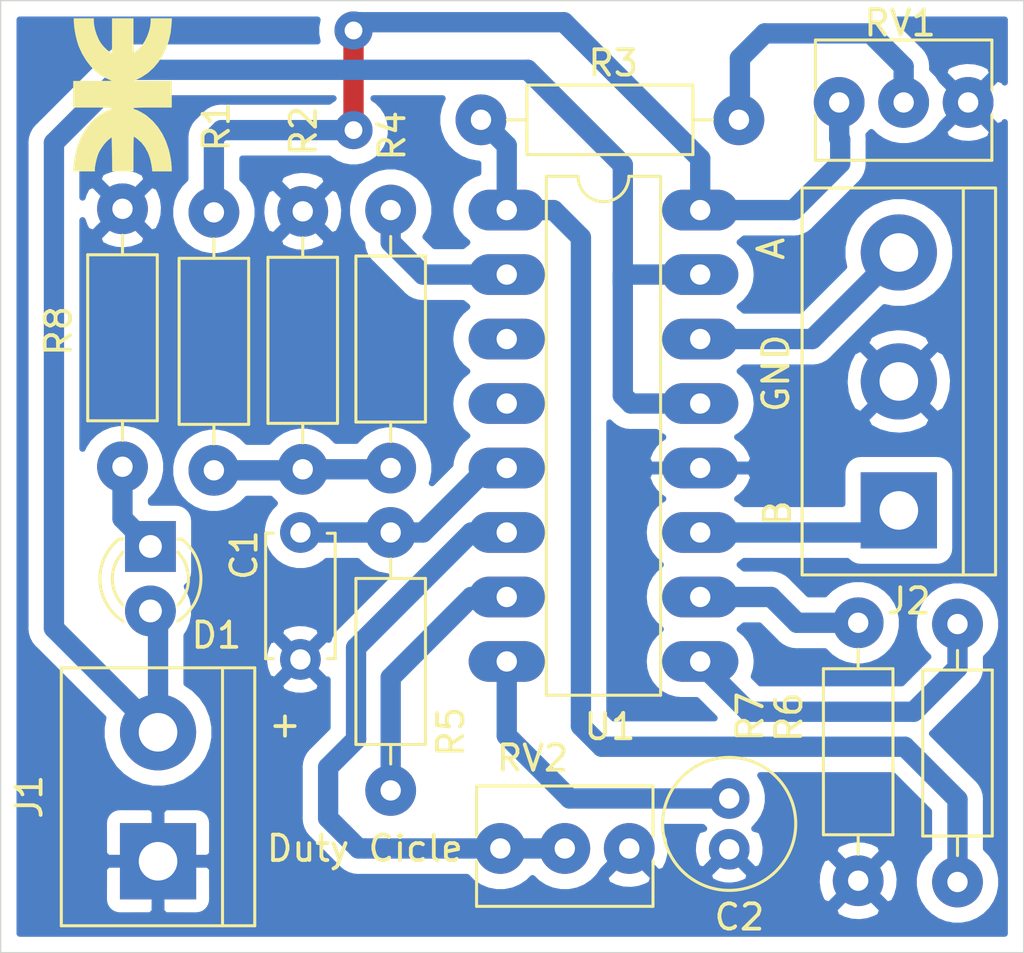
<source format=kicad_pcb>
(kicad_pcb (version 20171130) (host pcbnew "(5.1.0)-1")

  (general
    (thickness 1.6)
    (drawings 11)
    (tracks 85)
    (zones 0)
    (modules 17)
    (nets 17)
  )

  (page A4)
  (layers
    (0 F.Cu signal)
    (31 B.Cu signal)
    (32 B.Adhes user)
    (33 F.Adhes user)
    (34 B.Paste user)
    (35 F.Paste user)
    (36 B.SilkS user)
    (37 F.SilkS user)
    (38 B.Mask user)
    (39 F.Mask user)
    (40 Dwgs.User user)
    (41 Cmts.User user)
    (42 Eco1.User user)
    (43 Eco2.User user)
    (44 Edge.Cuts user)
    (45 Margin user)
    (46 B.CrtYd user)
    (47 F.CrtYd user)
    (48 B.Fab user)
    (49 F.Fab user)
  )

  (setup
    (last_trace_width 0.8)
    (trace_clearance 0.4)
    (zone_clearance 0.7)
    (zone_45_only no)
    (trace_min 0.2)
    (via_size 1.5)
    (via_drill 0.7)
    (via_min_size 0.4)
    (via_min_drill 0.3)
    (uvia_size 0.3)
    (uvia_drill 0.1)
    (uvias_allowed no)
    (uvia_min_size 0.2)
    (uvia_min_drill 0.1)
    (edge_width 0.05)
    (segment_width 0.2)
    (pcb_text_width 0.3)
    (pcb_text_size 1.5 1.5)
    (mod_edge_width 0.12)
    (mod_text_size 1 1)
    (mod_text_width 0.15)
    (pad_size 3 3)
    (pad_drill 1.52)
    (pad_to_mask_clearance 0.051)
    (solder_mask_min_width 0.25)
    (aux_axis_origin 188.4045 78.9305)
    (visible_elements 7FFFFFFF)
    (pcbplotparams
      (layerselection 0x010fc_ffffffff)
      (usegerberextensions false)
      (usegerberattributes false)
      (usegerberadvancedattributes false)
      (creategerberjobfile false)
      (excludeedgelayer true)
      (linewidth 0.100000)
      (plotframeref false)
      (viasonmask false)
      (mode 1)
      (useauxorigin false)
      (hpglpennumber 1)
      (hpglpenspeed 20)
      (hpglpendiameter 15.000000)
      (psnegative false)
      (psa4output false)
      (plotreference true)
      (plotvalue true)
      (plotinvisibletext false)
      (padsonsilk false)
      (subtractmaskfromsilk false)
      (outputformat 1)
      (mirror false)
      (drillshape 1)
      (scaleselection 1)
      (outputdirectory ""))
  )

  (net 0 "")
  (net 1 "Net-(C1-Pad1)")
  (net 2 Earth)
  (net 3 "Net-(C2-Pad1)")
  (net 4 "Net-(D1-Pad1)")
  (net 5 +12V)
  (net 6 /PWM_B)
  (net 7 /PWM_A)
  (net 8 "Net-(R1-Pad1)")
  (net 9 "Net-(R1-Pad2)")
  (net 10 "Net-(R3-Pad2)")
  (net 11 "Net-(R3-Pad1)")
  (net 12 "Net-(R4-Pad2)")
  (net 13 "Net-(R5-Pad2)")
  (net 14 "Net-(R6-Pad2)")
  (net 15 "Net-(R7-Pad2)")
  (net 16 "Net-(RV2-Pad1)")

  (net_class Default "Esta es la clase de red por defecto."
    (clearance 0.4)
    (trace_width 0.8)
    (via_dia 1.5)
    (via_drill 0.7)
    (uvia_dia 0.3)
    (uvia_drill 0.1)
    (add_net +12V)
    (add_net /PWM_A)
    (add_net /PWM_B)
    (add_net Earth)
    (add_net "Net-(C1-Pad1)")
    (add_net "Net-(C2-Pad1)")
    (add_net "Net-(D1-Pad1)")
    (add_net "Net-(R1-Pad1)")
    (add_net "Net-(R1-Pad2)")
    (add_net "Net-(R3-Pad1)")
    (add_net "Net-(R3-Pad2)")
    (add_net "Net-(R4-Pad2)")
    (add_net "Net-(R5-Pad2)")
    (add_net "Net-(R6-Pad2)")
    (add_net "Net-(R7-Pad2)")
    (add_net "Net-(RV2-Pad1)")
  )

  (module lib_fp:C_Disc_D4.7mm_W2.5mm_P5.00mm (layer F.Cu) (tedit 5AE50EF0) (tstamp 5CD6E2F5)
    (at 133.604 92.964 270)
    (descr "C, Disc series, Radial, pin pitch=5.00mm, , diameter*width=4.7*2.5mm^2, Capacitor, http://www.vishay.com/docs/45233/krseries.pdf")
    (tags "C Disc series Radial pin pitch 5.00mm  diameter 4.7mm width 2.5mm Capacitor")
    (path /5CD69FD1)
    (fp_text reference C1 (at 0.89 2.218 270) (layer F.SilkS)
      (effects (font (size 1 1) (thickness 0.15)))
    )
    (fp_text value 1nF (at 1.6 -0.022 270) (layer F.Fab)
      (effects (font (size 1 1) (thickness 0.15)))
    )
    (fp_line (start 0.15 -1.25) (end 0.15 1.25) (layer F.Fab) (width 0.1))
    (fp_line (start 0.15 1.25) (end 4.85 1.25) (layer F.Fab) (width 0.1))
    (fp_line (start 4.85 1.25) (end 4.85 -1.25) (layer F.Fab) (width 0.1))
    (fp_line (start 4.85 -1.25) (end 0.15 -1.25) (layer F.Fab) (width 0.1))
    (fp_line (start 0.03 -1.37) (end 4.97 -1.37) (layer F.SilkS) (width 0.12))
    (fp_line (start 0.03 1.37) (end 4.97 1.37) (layer F.SilkS) (width 0.12))
    (fp_line (start 0.03 -1.37) (end 0.03 -1.055) (layer F.SilkS) (width 0.12))
    (fp_line (start 0.03 1.055) (end 0.03 1.37) (layer F.SilkS) (width 0.12))
    (fp_line (start 4.97 -1.37) (end 4.97 -1.055) (layer F.SilkS) (width 0.12))
    (fp_line (start 4.97 1.055) (end 4.97 1.37) (layer F.SilkS) (width 0.12))
    (fp_line (start -1.05 -1.5) (end -1.05 1.5) (layer F.CrtYd) (width 0.05))
    (fp_line (start -1.05 1.5) (end 6.05 1.5) (layer F.CrtYd) (width 0.05))
    (fp_line (start 6.05 1.5) (end 6.05 -1.5) (layer F.CrtYd) (width 0.05))
    (fp_line (start 6.05 -1.5) (end -1.05 -1.5) (layer F.CrtYd) (width 0.05))
    (fp_text user %R (at 3.78 -0.062 270) (layer F.Fab)
      (effects (font (size 0.94 0.94) (thickness 0.141)))
    )
    (pad 1 thru_hole circle (at 0 0 270) (size 1.6 1.6) (drill 0.8) (layers *.Cu *.Mask)
      (net 1 "Net-(C1-Pad1)"))
    (pad 2 thru_hole circle (at 5 0 270) (size 1.6 1.6) (drill 0.8) (layers *.Cu *.Mask)
      (net 2 Earth))
    (model ${KISYS3DMOD}/Capacitor_THT.3dshapes/C_Disc_D4.7mm_W2.5mm_P5.00mm.wrl
      (at (xyz 0 0 0))
      (scale (xyz 1 1 1))
      (rotate (xyz 0 0 0))
    )
  )

  (module lib_fp:C_Radial_D5.0mm_H11.0mm_P2.00mm (layer F.Cu) (tedit 5BC5C9B9) (tstamp 5CD6E05F)
    (at 150.495 103.4415 270)
    (descr "C, Radial series, Radial, pin pitch=2.00mm, diameter=5mm, height=11mm, Non-Polar Electrolytic Capacitor")
    (tags "C Radial series Radial pin pitch 2.00mm diameter 5mm height 11mm Non-Polar Electrolytic Capacitor")
    (path /5CD69A34)
    (fp_text reference C2 (at 4.6725 -0.401) (layer F.SilkS)
      (effects (font (size 1 1) (thickness 0.15)))
    )
    (fp_text value 10uF (at 0.9225 -1.181 270) (layer F.Fab)
      (effects (font (size 1 1) (thickness 0.15)))
    )
    (fp_circle (center 1 0) (end 3.5 0) (layer F.Fab) (width 0.1))
    (fp_circle (center 1 0) (end 3.62 0) (layer F.SilkS) (width 0.12))
    (fp_circle (center 1 0) (end 3.75 0) (layer F.CrtYd) (width 0.05))
    (fp_text user %R (at 0.9725 1.269 270) (layer F.Fab)
      (effects (font (size 1 1) (thickness 0.15)))
    )
    (pad 1 thru_hole circle (at 0 0 270) (size 1.6 1.6) (drill 0.8) (layers *.Cu *.Mask)
      (net 3 "Net-(C2-Pad1)"))
    (pad 2 thru_hole circle (at 2 0 270) (size 1.6 1.6) (drill 0.8) (layers *.Cu *.Mask)
      (net 2 Earth))
    (model ${KISYS3DMOD}/Capacitor_THT.3dshapes/C_Radial_D5.0mm_H11.0mm_P2.00mm.wrl
      (at (xyz 0 0 0))
      (scale (xyz 1 1 1))
      (rotate (xyz 0 0 0))
    )
  )

  (module lib_fp:LED_D3.0mm_Clear (layer F.Cu) (tedit 5CD5A508) (tstamp 5CD6E1EF)
    (at 127.696 93.514 270)
    (descr "IR-LED, diameter 3.0mm, 2 pins, color: clear")
    (tags "IR infrared LED diameter 3.0mm 2 pins clear")
    (path /5CDA220C)
    (fp_text reference D1 (at 3.5 -2.6 180) (layer F.SilkS)
      (effects (font (size 1 1) (thickness 0.15)))
    )
    (fp_text value LED (at 1.27 2.96 270) (layer F.Fab)
      (effects (font (size 1 1) (thickness 0.15)))
    )
    (fp_text user %R (at 1.47 0 270) (layer F.Fab)
      (effects (font (size 0.8 0.8) (thickness 0.12)))
    )
    (fp_line (start -0.23 -1.16619) (end -0.23 1.16619) (layer F.Fab) (width 0.1))
    (fp_line (start -0.29 -1.236) (end -0.29 -1.08) (layer F.SilkS) (width 0.12))
    (fp_line (start -0.29 1.08) (end -0.29 1.236) (layer F.SilkS) (width 0.12))
    (fp_line (start -1.15 -2.25) (end -1.15 2.25) (layer F.CrtYd) (width 0.05))
    (fp_line (start -1.15 2.25) (end 3.7 2.25) (layer F.CrtYd) (width 0.05))
    (fp_line (start 3.7 2.25) (end 3.7 -2.25) (layer F.CrtYd) (width 0.05))
    (fp_line (start 3.7 -2.25) (end -1.15 -2.25) (layer F.CrtYd) (width 0.05))
    (fp_circle (center 1.27 0) (end 2.77 0) (layer F.Fab) (width 0.1))
    (fp_arc (start 1.27 0) (end -0.23 -1.16619) (angle 284.3) (layer F.Fab) (width 0.1))
    (fp_arc (start 1.27 0) (end -0.29 -1.235516) (angle 108.8) (layer F.SilkS) (width 0.12))
    (fp_arc (start 1.27 0) (end -0.29 1.235516) (angle -108.8) (layer F.SilkS) (width 0.12))
    (fp_arc (start 1.27 0) (end 0.229039 -1.08) (angle 87.9) (layer F.SilkS) (width 0.12))
    (fp_arc (start 1.27 0) (end 0.229039 1.08) (angle -87.9) (layer F.SilkS) (width 0.12))
    (pad 1 thru_hole rect (at 0 0 270) (size 2 2) (drill 0.9) (layers *.Cu *.Mask)
      (net 4 "Net-(D1-Pad1)"))
    (pad 2 thru_hole circle (at 2.54 0 270) (size 2 2) (drill 0.9) (layers *.Cu *.Mask)
      (net 5 +12V))
    (model ${KISYS3DMOD}/LED_THT.3dshapes/LED_D3.0mm_Clear.wrl
      (at (xyz 0 0 0))
      (scale (xyz 1 1 1))
      (rotate (xyz 0 0 0))
    )
  )

  (module lib_fp:logo_utn_fsilk_small (layer F.Cu) (tedit 5CB49C0D) (tstamp 5CD68963)
    (at 126.596 75.714)
    (path /5CDC8733)
    (fp_text reference G1 (at 0 5.08) (layer F.SilkS) hide
      (effects (font (size 1.524 1.524) (thickness 0.3)))
    )
    (fp_text value logo (at 0 -5.08 unlocked) (layer F.SilkS) hide
      (effects (font (size 1.524 1.524) (thickness 0.3)))
    )
    (fp_poly (pts (xy 1.928774 -2.770093) (xy 1.89318 -2.43873) (xy 1.821508 -2.120476) (xy 1.716091 -1.819091)
      (xy 1.579261 -1.538338) (xy 1.413351 -1.281977) (xy 1.220692 -1.053769) (xy 1.003616 -0.857476)
      (xy 0.764457 -0.696859) (xy 0.588911 -0.60929) (xy 0.420077 -0.536202) (xy 1.177192 -0.534801)
      (xy 1.934308 -0.5334) (xy 1.934308 0.508) (xy 1.182077 0.508) (xy 0.988737 0.5082)
      (xy 0.830984 0.508919) (xy 0.705329 0.510334) (xy 0.608284 0.512621) (xy 0.53636 0.515956)
      (xy 0.486068 0.520518) (xy 0.453918 0.526481) (xy 0.436423 0.534024) (xy 0.430094 0.543322)
      (xy 0.429846 0.5461) (xy 0.446076 0.577142) (xy 0.468361 0.5842) (xy 0.517495 0.595221)
      (xy 0.591825 0.625047) (xy 0.681966 0.668817) (xy 0.778535 0.721671) (xy 0.872148 0.778749)
      (xy 0.953423 0.835193) (xy 0.954351 0.835896) (xy 1.188825 1.041349) (xy 1.3937 1.278635)
      (xy 1.567889 1.546093) (xy 1.710306 1.842064) (xy 1.816501 2.152819) (xy 1.857957 2.321239)
      (xy 1.89296 2.503137) (xy 1.918777 2.681207) (xy 1.932672 2.83814) (xy 1.934308 2.898405)
      (xy 1.934308 3.0226) (xy 1.179396 3.0226) (xy 1.148222 2.793958) (xy 1.093836 2.531543)
      (xy 1.006532 2.289038) (xy 0.889491 2.072363) (xy 0.745892 1.887438) (xy 0.584276 1.744028)
      (xy 0.520782 1.699337) (xy 0.470952 1.666384) (xy 0.444172 1.651334) (xy 0.442622 1.651)
      (xy 0.439257 1.675309) (xy 0.436224 1.743876) (xy 0.433645 1.850158) (xy 0.431641 1.987614)
      (xy 0.430334 2.149702) (xy 0.429847 2.329879) (xy 0.429846 2.337305) (xy 0.429846 3.02361)
      (xy -0.400538 3.0099) (xy -0.410308 2.343678) (xy -0.420077 1.677457) (xy -0.527538 1.756857)
      (xy -0.625491 1.844592) (xy -0.728651 1.962653) (xy -0.826614 2.096981) (xy -0.908973 2.233519)
      (xy -0.958005 2.338396) (xy -0.995585 2.449808) (xy -1.031551 2.581748) (xy -1.062326 2.718131)
      (xy -1.084332 2.842873) (xy -1.093991 2.939889) (xy -1.094154 2.950463) (xy -1.094154 3.0226)
      (xy -1.934308 3.0226) (xy -1.934233 2.95275) (xy -1.929372 2.863913) (xy -1.916352 2.741204)
      (xy -1.897308 2.599758) (xy -1.874371 2.45471) (xy -1.849677 2.321193) (xy -1.836658 2.260509)
      (xy -1.755423 1.984062) (xy -1.641129 1.710727) (xy -1.49942 1.450618) (xy -1.335942 1.213846)
      (xy -1.156339 1.010525) (xy -1.118948 0.974735) (xy -0.99711 0.873595) (xy -0.855421 0.774923)
      (xy -0.709193 0.688402) (xy -0.573742 0.623711) (xy -0.547883 0.613726) (xy -0.484653 0.589399)
      (xy -0.440576 0.569064) (xy -0.417711 0.552371) (xy -0.418114 0.538971) (xy -0.443844 0.528515)
      (xy -0.496958 0.520653) (xy -0.579514 0.515035) (xy -0.693569 0.511313) (xy -0.841181 0.509138)
      (xy -1.024408 0.508159) (xy -1.170679 0.508) (xy -1.934308 0.508) (xy -1.934308 -0.5334)
      (xy -0.400538 -0.535574) (xy -0.586154 -0.619121) (xy -0.677237 -0.662067) (xy -0.765064 -0.706819)
      (xy -0.835941 -0.746268) (xy -0.859692 -0.761082) (xy -1.064663 -0.922761) (xy -1.259774 -1.125796)
      (xy -1.438006 -1.360874) (xy -1.592335 -1.618684) (xy -1.715741 -1.889915) (xy -1.720622 -1.902732)
      (xy -1.788136 -2.1106) (xy -1.844462 -2.341103) (xy -1.886284 -2.576754) (xy -1.910288 -2.800067)
      (xy -1.914769 -2.926684) (xy -1.914769 -2.9972) (xy -1.133231 -2.9972) (xy -1.132999 -2.88925)
      (xy -1.118278 -2.722047) (xy -1.077612 -2.536395) (xy -1.015254 -2.346086) (xy -0.935458 -2.16491)
      (xy -0.877286 -2.060257) (xy -0.804432 -1.958898) (xy -0.71099 -1.85363) (xy -0.609996 -1.75751)
      (xy -0.514484 -1.683596) (xy -0.48112 -1.663382) (xy -0.410308 -1.624919) (xy -0.410308 -2.9972)
      (xy 0.429846 -2.9972) (xy 0.429846 -2.3241) (xy 0.430375 -2.145179) (xy 0.431866 -1.984166)
      (xy 0.434175 -1.847664) (xy 0.437159 -1.742276) (xy 0.440674 -1.674603) (xy 0.4445 -1.651239)
      (xy 0.482235 -1.667481) (xy 0.540488 -1.710331) (xy 0.610894 -1.77218) (xy 0.685089 -1.845418)
      (xy 0.754707 -1.922435) (xy 0.788267 -1.963975) (xy 0.894385 -2.12723) (xy 0.984413 -2.314889)
      (xy 1.053922 -2.514317) (xy 1.098486 -2.712876) (xy 1.113692 -2.892917) (xy 1.113692 -2.9972)
      (xy 1.526892 -2.997201) (xy 1.940092 -2.997201) (xy 1.928774 -2.770093)) (layer F.SilkS) (width 0.01))
  )

  (module lib_fp:TerminalBlock_bornier-2_P5.08mm (layer F.Cu) (tedit 5CD5A57F) (tstamp 5CD6E14B)
    (at 127.996 105.914 90)
    (descr "simple 2-pin terminal block, pitch 5.08mm, revamped version of bornier2")
    (tags "terminal block bornier2")
    (path /5CD7FE23)
    (fp_text reference J1 (at 2.54 -5.08 90) (layer F.SilkS)
      (effects (font (size 1 1) (thickness 0.15)))
    )
    (fp_text value Vin (at 2.73 3 90) (layer F.Fab)
      (effects (font (size 1 1) (thickness 0.15)))
    )
    (fp_line (start 7.79 4) (end -2.71 4) (layer F.CrtYd) (width 0.05))
    (fp_line (start 7.79 4) (end 7.79 -4) (layer F.CrtYd) (width 0.05))
    (fp_line (start -2.71 -4) (end -2.71 4) (layer F.CrtYd) (width 0.05))
    (fp_line (start -2.71 -4) (end 7.79 -4) (layer F.CrtYd) (width 0.05))
    (fp_line (start -2.54 3.81) (end 7.62 3.81) (layer F.SilkS) (width 0.12))
    (fp_line (start -2.54 -3.81) (end -2.54 3.81) (layer F.SilkS) (width 0.12))
    (fp_line (start 7.62 -3.81) (end -2.54 -3.81) (layer F.SilkS) (width 0.12))
    (fp_line (start 7.62 3.81) (end 7.62 -3.81) (layer F.SilkS) (width 0.12))
    (fp_line (start 7.62 2.54) (end -2.54 2.54) (layer F.SilkS) (width 0.12))
    (fp_line (start 7.54 -3.75) (end -2.46 -3.75) (layer F.Fab) (width 0.1))
    (fp_line (start 7.54 3.75) (end 7.54 -3.75) (layer F.Fab) (width 0.1))
    (fp_line (start -2.46 3.75) (end 7.54 3.75) (layer F.Fab) (width 0.1))
    (fp_line (start -2.46 -3.75) (end -2.46 3.75) (layer F.Fab) (width 0.1))
    (fp_line (start -2.41 2.55) (end 7.49 2.55) (layer F.Fab) (width 0.1))
    (fp_text user %R (at 2.54 -2.36 90) (layer F.Fab)
      (effects (font (size 1 1) (thickness 0.15)))
    )
    (pad 2 thru_hole circle (at 5.08 0 90) (size 3 3) (drill 1.52) (layers *.Cu *.Mask)
      (net 5 +12V))
    (pad 1 thru_hole rect (at 0 0 90) (size 3 3) (drill 1.52) (layers *.Cu *.Mask)
      (net 2 Earth))
    (model "${KIPRJMOD}/3d_models/User Library-Terminal block 2 POS/User Library-Terminal block 2 POS.STEP"
      (offset (xyz 2.5 0.5 0))
      (scale (xyz 1 1 1))
      (rotate (xyz 0 0 180))
    )
  )

  (module lib_fp:R_Axial_DIN0207_L6.3mm_D2.5mm_P10.16mm_Horizontal (layer F.Cu) (tedit 5AE5139B) (tstamp 5CD6E10B)
    (at 130.196 90.514 90)
    (descr "Resistor, Axial_DIN0207 series, Axial, Horizontal, pin pitch=10.16mm, 0.25W = 1/4W, length*diameter=6.3*2.5mm^2, http://cdn-reichelt.de/documents/datenblatt/B400/1_4W%23YAG.pdf")
    (tags "Resistor Axial_DIN0207 series Axial Horizontal pin pitch 10.16mm 0.25W = 1/4W length 6.3mm diameter 2.5mm")
    (path /5CD58FB7)
    (fp_text reference R1 (at 13.54 0.1 90) (layer F.SilkS)
      (effects (font (size 1 1) (thickness 0.15)))
    )
    (fp_text value 10k (at 6.8 -0.03 90) (layer F.Fab)
      (effects (font (size 1 1) (thickness 0.15)))
    )
    (fp_text user %R (at 3.57 0.13 90) (layer F.Fab)
      (effects (font (size 1 1) (thickness 0.15)))
    )
    (fp_line (start 11.21 -1.5) (end -1.05 -1.5) (layer F.CrtYd) (width 0.05))
    (fp_line (start 11.21 1.5) (end 11.21 -1.5) (layer F.CrtYd) (width 0.05))
    (fp_line (start -1.05 1.5) (end 11.21 1.5) (layer F.CrtYd) (width 0.05))
    (fp_line (start -1.05 -1.5) (end -1.05 1.5) (layer F.CrtYd) (width 0.05))
    (fp_line (start 9.12 0) (end 8.35 0) (layer F.SilkS) (width 0.12))
    (fp_line (start 1.04 0) (end 1.81 0) (layer F.SilkS) (width 0.12))
    (fp_line (start 8.35 -1.37) (end 1.81 -1.37) (layer F.SilkS) (width 0.12))
    (fp_line (start 8.35 1.37) (end 8.35 -1.37) (layer F.SilkS) (width 0.12))
    (fp_line (start 1.81 1.37) (end 8.35 1.37) (layer F.SilkS) (width 0.12))
    (fp_line (start 1.81 -1.37) (end 1.81 1.37) (layer F.SilkS) (width 0.12))
    (fp_line (start 10.16 0) (end 8.23 0) (layer F.Fab) (width 0.1))
    (fp_line (start 0 0) (end 1.93 0) (layer F.Fab) (width 0.1))
    (fp_line (start 8.23 -1.25) (end 1.93 -1.25) (layer F.Fab) (width 0.1))
    (fp_line (start 8.23 1.25) (end 8.23 -1.25) (layer F.Fab) (width 0.1))
    (fp_line (start 1.93 1.25) (end 8.23 1.25) (layer F.Fab) (width 0.1))
    (fp_line (start 1.93 -1.25) (end 1.93 1.25) (layer F.Fab) (width 0.1))
    (pad 2 thru_hole circle (at 10.16 0 90) (size 2 2) (drill 0.8) (layers *.Cu *.Mask)
      (net 9 "Net-(R1-Pad2)"))
    (pad 1 thru_hole circle (at 0 0 90) (size 2 2) (drill 0.8) (layers *.Cu *.Mask)
      (net 8 "Net-(R1-Pad1)"))
    (model ${KISYS3DMOD}/Resistor_THT.3dshapes/R_Axial_DIN0207_L6.3mm_D2.5mm_P10.16mm_Horizontal.wrl
      (at (xyz 0 0 0))
      (scale (xyz 1 1 1))
      (rotate (xyz 0 0 0))
    )
  )

  (module lib_fp:R_Axial_DIN0207_L6.3mm_D2.5mm_P10.16mm_Horizontal (layer F.Cu) (tedit 5AE5139B) (tstamp 5CD6E02A)
    (at 133.696 80.314 270)
    (descr "Resistor, Axial_DIN0207 series, Axial, Horizontal, pin pitch=10.16mm, 0.25W = 1/4W, length*diameter=6.3*2.5mm^2, http://cdn-reichelt.de/documents/datenblatt/B400/1_4W%23YAG.pdf")
    (tags "Resistor Axial_DIN0207 series Axial Horizontal pin pitch 10.16mm 0.25W = 1/4W length 6.3mm diameter 2.5mm")
    (path /5CD5AAD5)
    (fp_text reference R2 (at -3.17 -0.03 270) (layer F.SilkS)
      (effects (font (size 1 1) (thickness 0.15)))
    )
    (fp_text value 10k (at 3.64 0.04 270) (layer F.Fab)
      (effects (font (size 1 1) (thickness 0.15)))
    )
    (fp_text user %R (at 7 -0.05 270) (layer F.Fab)
      (effects (font (size 1 1) (thickness 0.15)))
    )
    (fp_line (start 11.21 -1.5) (end -1.05 -1.5) (layer F.CrtYd) (width 0.05))
    (fp_line (start 11.21 1.5) (end 11.21 -1.5) (layer F.CrtYd) (width 0.05))
    (fp_line (start -1.05 1.5) (end 11.21 1.5) (layer F.CrtYd) (width 0.05))
    (fp_line (start -1.05 -1.5) (end -1.05 1.5) (layer F.CrtYd) (width 0.05))
    (fp_line (start 9.12 0) (end 8.35 0) (layer F.SilkS) (width 0.12))
    (fp_line (start 1.04 0) (end 1.81 0) (layer F.SilkS) (width 0.12))
    (fp_line (start 8.35 -1.37) (end 1.81 -1.37) (layer F.SilkS) (width 0.12))
    (fp_line (start 8.35 1.37) (end 8.35 -1.37) (layer F.SilkS) (width 0.12))
    (fp_line (start 1.81 1.37) (end 8.35 1.37) (layer F.SilkS) (width 0.12))
    (fp_line (start 1.81 -1.37) (end 1.81 1.37) (layer F.SilkS) (width 0.12))
    (fp_line (start 10.16 0) (end 8.23 0) (layer F.Fab) (width 0.1))
    (fp_line (start 0 0) (end 1.93 0) (layer F.Fab) (width 0.1))
    (fp_line (start 8.23 -1.25) (end 1.93 -1.25) (layer F.Fab) (width 0.1))
    (fp_line (start 8.23 1.25) (end 8.23 -1.25) (layer F.Fab) (width 0.1))
    (fp_line (start 1.93 1.25) (end 8.23 1.25) (layer F.Fab) (width 0.1))
    (fp_line (start 1.93 -1.25) (end 1.93 1.25) (layer F.Fab) (width 0.1))
    (pad 2 thru_hole circle (at 10.16 0 270) (size 2 2) (drill 0.8) (layers *.Cu *.Mask)
      (net 8 "Net-(R1-Pad1)"))
    (pad 1 thru_hole circle (at 0 0 270) (size 2 2) (drill 0.8) (layers *.Cu *.Mask)
      (net 2 Earth))
    (model ${KISYS3DMOD}/Resistor_THT.3dshapes/R_Axial_DIN0207_L6.3mm_D2.5mm_P10.16mm_Horizontal.wrl
      (at (xyz 0 0 0))
      (scale (xyz 1 1 1))
      (rotate (xyz 0 0 0))
    )
  )

  (module lib_fp:R_Axial_DIN0207_L6.3mm_D2.5mm_P10.16mm_Horizontal (layer F.Cu) (tedit 5AE5139B) (tstamp 5CD6E2B5)
    (at 150.876 76.708 180)
    (descr "Resistor, Axial_DIN0207 series, Axial, Horizontal, pin pitch=10.16mm, 0.25W = 1/4W, length*diameter=6.3*2.5mm^2, http://cdn-reichelt.de/documents/datenblatt/B400/1_4W%23YAG.pdf")
    (tags "Resistor Axial_DIN0207 series Axial Horizontal pin pitch 10.16mm 0.25W = 1/4W length 6.3mm diameter 2.5mm")
    (path /5CD5DC21)
    (fp_text reference R3 (at 4.95 2.234 180) (layer F.SilkS)
      (effects (font (size 1 1) (thickness 0.15)))
    )
    (fp_text value 1k (at 4.16 0.064 180) (layer F.Fab)
      (effects (font (size 1 1) (thickness 0.15)))
    )
    (fp_text user %R (at 6.87 -0.056 180) (layer F.Fab)
      (effects (font (size 1 1) (thickness 0.15)))
    )
    (fp_line (start 11.21 -1.5) (end -1.05 -1.5) (layer F.CrtYd) (width 0.05))
    (fp_line (start 11.21 1.5) (end 11.21 -1.5) (layer F.CrtYd) (width 0.05))
    (fp_line (start -1.05 1.5) (end 11.21 1.5) (layer F.CrtYd) (width 0.05))
    (fp_line (start -1.05 -1.5) (end -1.05 1.5) (layer F.CrtYd) (width 0.05))
    (fp_line (start 9.12 0) (end 8.35 0) (layer F.SilkS) (width 0.12))
    (fp_line (start 1.04 0) (end 1.81 0) (layer F.SilkS) (width 0.12))
    (fp_line (start 8.35 -1.37) (end 1.81 -1.37) (layer F.SilkS) (width 0.12))
    (fp_line (start 8.35 1.37) (end 8.35 -1.37) (layer F.SilkS) (width 0.12))
    (fp_line (start 1.81 1.37) (end 8.35 1.37) (layer F.SilkS) (width 0.12))
    (fp_line (start 1.81 -1.37) (end 1.81 1.37) (layer F.SilkS) (width 0.12))
    (fp_line (start 10.16 0) (end 8.23 0) (layer F.Fab) (width 0.1))
    (fp_line (start 0 0) (end 1.93 0) (layer F.Fab) (width 0.1))
    (fp_line (start 8.23 -1.25) (end 1.93 -1.25) (layer F.Fab) (width 0.1))
    (fp_line (start 8.23 1.25) (end 8.23 -1.25) (layer F.Fab) (width 0.1))
    (fp_line (start 1.93 1.25) (end 8.23 1.25) (layer F.Fab) (width 0.1))
    (fp_line (start 1.93 -1.25) (end 1.93 1.25) (layer F.Fab) (width 0.1))
    (pad 2 thru_hole circle (at 10.16 0 180) (size 2 2) (drill 0.8) (layers *.Cu *.Mask)
      (net 10 "Net-(R3-Pad2)"))
    (pad 1 thru_hole circle (at 0 0 180) (size 2 2) (drill 0.8) (layers *.Cu *.Mask)
      (net 11 "Net-(R3-Pad1)"))
    (model ${KISYS3DMOD}/Resistor_THT.3dshapes/R_Axial_DIN0207_L6.3mm_D2.5mm_P10.16mm_Horizontal.wrl
      (at (xyz 0 0 0))
      (scale (xyz 1 1 1))
      (rotate (xyz 0 0 0))
    )
  )

  (module lib_fp:R_Axial_DIN0207_L6.3mm_D2.5mm_P10.16mm_Horizontal (layer F.Cu) (tedit 5AE5139B) (tstamp 5CD6DFE8)
    (at 137.16 90.424 90)
    (descr "Resistor, Axial_DIN0207 series, Axial, Horizontal, pin pitch=10.16mm, 0.25W = 1/4W, length*diameter=6.3*2.5mm^2, http://cdn-reichelt.de/documents/datenblatt/B400/1_4W%23YAG.pdf")
    (tags "Resistor Axial_DIN0207 series Axial Horizontal pin pitch 10.16mm 0.25W = 1/4W length 6.3mm diameter 2.5mm")
    (path /5CD5B04C)
    (fp_text reference R4 (at 13.09 0.056 90) (layer F.SilkS)
      (effects (font (size 1 1) (thickness 0.15)))
    )
    (fp_text value 1k (at 6.29 -0.104 90) (layer F.Fab)
      (effects (font (size 1 1) (thickness 0.15)))
    )
    (fp_line (start 1.93 -1.25) (end 1.93 1.25) (layer F.Fab) (width 0.1))
    (fp_line (start 1.93 1.25) (end 8.23 1.25) (layer F.Fab) (width 0.1))
    (fp_line (start 8.23 1.25) (end 8.23 -1.25) (layer F.Fab) (width 0.1))
    (fp_line (start 8.23 -1.25) (end 1.93 -1.25) (layer F.Fab) (width 0.1))
    (fp_line (start 0 0) (end 1.93 0) (layer F.Fab) (width 0.1))
    (fp_line (start 10.16 0) (end 8.23 0) (layer F.Fab) (width 0.1))
    (fp_line (start 1.81 -1.37) (end 1.81 1.37) (layer F.SilkS) (width 0.12))
    (fp_line (start 1.81 1.37) (end 8.35 1.37) (layer F.SilkS) (width 0.12))
    (fp_line (start 8.35 1.37) (end 8.35 -1.37) (layer F.SilkS) (width 0.12))
    (fp_line (start 8.35 -1.37) (end 1.81 -1.37) (layer F.SilkS) (width 0.12))
    (fp_line (start 1.04 0) (end 1.81 0) (layer F.SilkS) (width 0.12))
    (fp_line (start 9.12 0) (end 8.35 0) (layer F.SilkS) (width 0.12))
    (fp_line (start -1.05 -1.5) (end -1.05 1.5) (layer F.CrtYd) (width 0.05))
    (fp_line (start -1.05 1.5) (end 11.21 1.5) (layer F.CrtYd) (width 0.05))
    (fp_line (start 11.21 1.5) (end 11.21 -1.5) (layer F.CrtYd) (width 0.05))
    (fp_line (start 11.21 -1.5) (end -1.05 -1.5) (layer F.CrtYd) (width 0.05))
    (fp_text user %R (at 3.21 0.016 90) (layer F.Fab)
      (effects (font (size 1 1) (thickness 0.15)))
    )
    (pad 1 thru_hole circle (at 0 0 90) (size 2 2) (drill 0.8) (layers *.Cu *.Mask)
      (net 8 "Net-(R1-Pad1)"))
    (pad 2 thru_hole circle (at 10.16 0 90) (size 2 2) (drill 0.8) (layers *.Cu *.Mask)
      (net 12 "Net-(R4-Pad2)"))
    (model ${KISYS3DMOD}/Resistor_THT.3dshapes/R_Axial_DIN0207_L6.3mm_D2.5mm_P10.16mm_Horizontal.wrl
      (at (xyz 0 0 0))
      (scale (xyz 1 1 1))
      (rotate (xyz 0 0 0))
    )
  )

  (module lib_fp:R_Axial_DIN0207_L6.3mm_D2.5mm_P10.16mm_Horizontal (layer F.Cu) (tedit 5AE5139B) (tstamp 5CD6E22B)
    (at 137.16 92.964 270)
    (descr "Resistor, Axial_DIN0207 series, Axial, Horizontal, pin pitch=10.16mm, 0.25W = 1/4W, length*diameter=6.3*2.5mm^2, http://cdn-reichelt.de/documents/datenblatt/B400/1_4W%23YAG.pdf")
    (tags "Resistor Axial_DIN0207 series Axial Horizontal pin pitch 10.16mm 0.25W = 1/4W length 6.3mm diameter 2.5mm")
    (path /5CD6F8DB)
    (fp_text reference R5 (at 7.85 -2.37 270) (layer F.SilkS)
      (effects (font (size 1 1) (thickness 0.15)))
    )
    (fp_text value 330 (at 3.51 -0.146 270) (layer F.Fab)
      (effects (font (size 1 1) (thickness 0.15)))
    )
    (fp_text user %R (at 6.56 -0.206 270) (layer F.Fab)
      (effects (font (size 1 1) (thickness 0.15)))
    )
    (fp_line (start 11.21 -1.5) (end -1.05 -1.5) (layer F.CrtYd) (width 0.05))
    (fp_line (start 11.21 1.5) (end 11.21 -1.5) (layer F.CrtYd) (width 0.05))
    (fp_line (start -1.05 1.5) (end 11.21 1.5) (layer F.CrtYd) (width 0.05))
    (fp_line (start -1.05 -1.5) (end -1.05 1.5) (layer F.CrtYd) (width 0.05))
    (fp_line (start 9.12 0) (end 8.35 0) (layer F.SilkS) (width 0.12))
    (fp_line (start 1.04 0) (end 1.81 0) (layer F.SilkS) (width 0.12))
    (fp_line (start 8.35 -1.37) (end 1.81 -1.37) (layer F.SilkS) (width 0.12))
    (fp_line (start 8.35 1.37) (end 8.35 -1.37) (layer F.SilkS) (width 0.12))
    (fp_line (start 1.81 1.37) (end 8.35 1.37) (layer F.SilkS) (width 0.12))
    (fp_line (start 1.81 -1.37) (end 1.81 1.37) (layer F.SilkS) (width 0.12))
    (fp_line (start 10.16 0) (end 8.23 0) (layer F.Fab) (width 0.1))
    (fp_line (start 0 0) (end 1.93 0) (layer F.Fab) (width 0.1))
    (fp_line (start 8.23 -1.25) (end 1.93 -1.25) (layer F.Fab) (width 0.1))
    (fp_line (start 8.23 1.25) (end 8.23 -1.25) (layer F.Fab) (width 0.1))
    (fp_line (start 1.93 1.25) (end 8.23 1.25) (layer F.Fab) (width 0.1))
    (fp_line (start 1.93 -1.25) (end 1.93 1.25) (layer F.Fab) (width 0.1))
    (pad 2 thru_hole circle (at 10.16 0 270) (size 2 2) (drill 0.8) (layers *.Cu *.Mask)
      (net 13 "Net-(R5-Pad2)"))
    (pad 1 thru_hole circle (at 0 0 270) (size 2 2) (drill 0.8) (layers *.Cu *.Mask)
      (net 1 "Net-(C1-Pad1)"))
    (model ${KISYS3DMOD}/Resistor_THT.3dshapes/R_Axial_DIN0207_L6.3mm_D2.5mm_P10.16mm_Horizontal.wrl
      (at (xyz 0 0 0))
      (scale (xyz 1 1 1))
      (rotate (xyz 0 0 0))
    )
  )

  (module lib_fp:R_Axial_DIN0207_L6.3mm_D2.5mm_P10.16mm_Horizontal (layer F.Cu) (tedit 5AE5139B) (tstamp 5CD6DFA6)
    (at 159.4866 106.7308 90)
    (descr "Resistor, Axial_DIN0207 series, Axial, Horizontal, pin pitch=10.16mm, 0.25W = 1/4W, length*diameter=6.3*2.5mm^2, http://cdn-reichelt.de/documents/datenblatt/B400/1_4W%23YAG.pdf")
    (tags "Resistor Axial_DIN0207 series Axial Horizontal pin pitch 10.16mm 0.25W = 1/4W length 6.3mm diameter 2.5mm")
    (path /5CD65FBC)
    (fp_text reference R6 (at 6.4918 -6.6406 90) (layer F.SilkS)
      (effects (font (size 1 1) (thickness 0.15)))
    )
    (fp_text value 1k (at 6.4468 0.0394 90) (layer F.Fab)
      (effects (font (size 1 1) (thickness 0.15)))
    )
    (fp_line (start 1.93 -1.25) (end 1.93 1.25) (layer F.Fab) (width 0.1))
    (fp_line (start 1.93 1.25) (end 8.23 1.25) (layer F.Fab) (width 0.1))
    (fp_line (start 8.23 1.25) (end 8.23 -1.25) (layer F.Fab) (width 0.1))
    (fp_line (start 8.23 -1.25) (end 1.93 -1.25) (layer F.Fab) (width 0.1))
    (fp_line (start 0 0) (end 1.93 0) (layer F.Fab) (width 0.1))
    (fp_line (start 10.16 0) (end 8.23 0) (layer F.Fab) (width 0.1))
    (fp_line (start 1.81 -1.37) (end 1.81 1.37) (layer F.SilkS) (width 0.12))
    (fp_line (start 1.81 1.37) (end 8.35 1.37) (layer F.SilkS) (width 0.12))
    (fp_line (start 8.35 1.37) (end 8.35 -1.37) (layer F.SilkS) (width 0.12))
    (fp_line (start 8.35 -1.37) (end 1.81 -1.37) (layer F.SilkS) (width 0.12))
    (fp_line (start 1.04 0) (end 1.81 0) (layer F.SilkS) (width 0.12))
    (fp_line (start 9.12 0) (end 8.35 0) (layer F.SilkS) (width 0.12))
    (fp_line (start -1.05 -1.5) (end -1.05 1.5) (layer F.CrtYd) (width 0.05))
    (fp_line (start -1.05 1.5) (end 11.21 1.5) (layer F.CrtYd) (width 0.05))
    (fp_line (start 11.21 1.5) (end 11.21 -1.5) (layer F.CrtYd) (width 0.05))
    (fp_line (start 11.21 -1.5) (end -1.05 -1.5) (layer F.CrtYd) (width 0.05))
    (fp_text user %R (at 3.2968 -0.0106 90) (layer F.Fab)
      (effects (font (size 1 1) (thickness 0.15)))
    )
    (pad 1 thru_hole circle (at 0 0 90) (size 2 2) (drill 0.8) (layers *.Cu *.Mask)
      (net 10 "Net-(R3-Pad2)"))
    (pad 2 thru_hole circle (at 10.16 0 90) (size 2 2) (drill 0.8) (layers *.Cu *.Mask)
      (net 14 "Net-(R6-Pad2)"))
    (model ${KISYS3DMOD}/Resistor_THT.3dshapes/R_Axial_DIN0207_L6.3mm_D2.5mm_P10.16mm_Horizontal.wrl
      (at (xyz 0 0 0))
      (scale (xyz 1 1 1))
      (rotate (xyz 0 0 0))
    )
  )

  (module lib_fp:R_Axial_DIN0207_L6.3mm_D2.5mm_P10.16mm_Horizontal (layer F.Cu) (tedit 5AE5139B) (tstamp 5CD6E087)
    (at 155.575 106.68 90)
    (descr "Resistor, Axial_DIN0207 series, Axial, Horizontal, pin pitch=10.16mm, 0.25W = 1/4W, length*diameter=6.3*2.5mm^2, http://cdn-reichelt.de/documents/datenblatt/B400/1_4W%23YAG.pdf")
    (tags "Resistor Axial_DIN0207 series Axial Horizontal pin pitch 10.16mm 0.25W = 1/4W length 6.3mm diameter 2.5mm")
    (path /5CD7A63B)
    (fp_text reference R7 (at 6.466 -4.254 90) (layer F.SilkS)
      (effects (font (size 1 1) (thickness 0.15)))
    )
    (fp_text value 100 (at 6.346 0.041 90) (layer F.Fab)
      (effects (font (size 1 1) (thickness 0.15)))
    )
    (fp_line (start 1.93 -1.25) (end 1.93 1.25) (layer F.Fab) (width 0.1))
    (fp_line (start 1.93 1.25) (end 8.23 1.25) (layer F.Fab) (width 0.1))
    (fp_line (start 8.23 1.25) (end 8.23 -1.25) (layer F.Fab) (width 0.1))
    (fp_line (start 8.23 -1.25) (end 1.93 -1.25) (layer F.Fab) (width 0.1))
    (fp_line (start 0 0) (end 1.93 0) (layer F.Fab) (width 0.1))
    (fp_line (start 10.16 0) (end 8.23 0) (layer F.Fab) (width 0.1))
    (fp_line (start 1.81 -1.37) (end 1.81 1.37) (layer F.SilkS) (width 0.12))
    (fp_line (start 1.81 1.37) (end 8.35 1.37) (layer F.SilkS) (width 0.12))
    (fp_line (start 8.35 1.37) (end 8.35 -1.37) (layer F.SilkS) (width 0.12))
    (fp_line (start 8.35 -1.37) (end 1.81 -1.37) (layer F.SilkS) (width 0.12))
    (fp_line (start 1.04 0) (end 1.81 0) (layer F.SilkS) (width 0.12))
    (fp_line (start 9.12 0) (end 8.35 0) (layer F.SilkS) (width 0.12))
    (fp_line (start -1.05 -1.5) (end -1.05 1.5) (layer F.CrtYd) (width 0.05))
    (fp_line (start -1.05 1.5) (end 11.21 1.5) (layer F.CrtYd) (width 0.05))
    (fp_line (start 11.21 1.5) (end 11.21 -1.5) (layer F.CrtYd) (width 0.05))
    (fp_line (start 11.21 -1.5) (end -1.05 -1.5) (layer F.CrtYd) (width 0.05))
    (fp_text user %R (at 3.086 0.151 90) (layer F.Fab)
      (effects (font (size 1 1) (thickness 0.15)))
    )
    (pad 1 thru_hole circle (at 0 0 90) (size 2 2) (drill 0.8) (layers *.Cu *.Mask)
      (net 2 Earth))
    (pad 2 thru_hole circle (at 10.16 0 90) (size 2 2) (drill 0.8) (layers *.Cu *.Mask)
      (net 15 "Net-(R7-Pad2)"))
    (model ${KISYS3DMOD}/Resistor_THT.3dshapes/R_Axial_DIN0207_L6.3mm_D2.5mm_P10.16mm_Horizontal.wrl
      (at (xyz 0 0 0))
      (scale (xyz 1 1 1))
      (rotate (xyz 0 0 0))
    )
  )

  (module lib_fp:R_Axial_DIN0207_L6.3mm_D2.5mm_P10.16mm_Horizontal (layer F.Cu) (tedit 5CD5A37E) (tstamp 5CD6E0C9)
    (at 126.596 90.374 90)
    (descr "Resistor, Axial_DIN0207 series, Axial, Horizontal, pin pitch=10.16mm, 0.25W = 1/4W, length*diameter=6.3*2.5mm^2, http://cdn-reichelt.de/documents/datenblatt/B400/1_4W%23YAG.pdf")
    (tags "Resistor Axial_DIN0207 series Axial Horizontal pin pitch 10.16mm 0.25W = 1/4W length 6.3mm diameter 2.5mm")
    (path /5CDA34C2)
    (fp_text reference R8 (at 5.35 -2.52 90) (layer F.SilkS)
      (effects (font (size 1 1) (thickness 0.15)))
    )
    (fp_text value 1k (at 7.14 0.02 90) (layer F.Fab)
      (effects (font (size 1 1) (thickness 0.15)))
    )
    (fp_text user %R (at 3.73 0.01 90) (layer F.Fab)
      (effects (font (size 1 1) (thickness 0.15)))
    )
    (fp_line (start 11.21 -1.5) (end -1.05 -1.5) (layer F.CrtYd) (width 0.05))
    (fp_line (start 11.21 1.5) (end 11.21 -1.5) (layer F.CrtYd) (width 0.05))
    (fp_line (start -1.05 1.5) (end 11.21 1.5) (layer F.CrtYd) (width 0.05))
    (fp_line (start -1.05 -1.5) (end -1.05 1.5) (layer F.CrtYd) (width 0.05))
    (fp_line (start 9.12 0) (end 8.35 0) (layer F.SilkS) (width 0.12))
    (fp_line (start 1.04 0) (end 1.81 0) (layer F.SilkS) (width 0.12))
    (fp_line (start 8.35 -1.37) (end 1.81 -1.37) (layer F.SilkS) (width 0.12))
    (fp_line (start 8.35 1.37) (end 8.35 -1.37) (layer F.SilkS) (width 0.12))
    (fp_line (start 1.81 1.37) (end 8.35 1.37) (layer F.SilkS) (width 0.12))
    (fp_line (start 1.81 -1.37) (end 1.81 1.37) (layer F.SilkS) (width 0.12))
    (fp_line (start 10.16 0) (end 8.23 0) (layer F.Fab) (width 0.1))
    (fp_line (start 0 0) (end 1.93 0) (layer F.Fab) (width 0.1))
    (fp_line (start 8.23 -1.25) (end 1.93 -1.25) (layer F.Fab) (width 0.1))
    (fp_line (start 8.23 1.25) (end 8.23 -1.25) (layer F.Fab) (width 0.1))
    (fp_line (start 1.93 1.25) (end 8.23 1.25) (layer F.Fab) (width 0.1))
    (fp_line (start 1.93 -1.25) (end 1.93 1.25) (layer F.Fab) (width 0.1))
    (pad 2 thru_hole circle (at 10.16 0 90) (size 2 2) (drill 0.8) (layers *.Cu *.Mask)
      (net 2 Earth))
    (pad 1 thru_hole circle (at 0 0 90) (size 2 2) (drill 0.8) (layers *.Cu *.Mask)
      (net 4 "Net-(D1-Pad1)"))
    (model ${KISYS3DMOD}/Resistor_THT.3dshapes/R_Axial_DIN0207_L6.3mm_D2.5mm_P10.16mm_Horizontal.wrl
      (at (xyz 0 0 0))
      (scale (xyz 1 1 1))
      (rotate (xyz 0 0 0))
    )
  )

  (module lib_fp:Potentiometer_Bourns_3266Y_Vertical (layer F.Cu) (tedit 5A3D4994) (tstamp 5CD6DF60)
    (at 154.826 76.024 180)
    (descr "Potentiometer, vertical, Bourns 3266Y, https://www.bourns.com/docs/Product-Datasheets/3266.pdf")
    (tags "Potentiometer vertical Bourns 3266Y")
    (path /5CD5D84E)
    (fp_text reference RV1 (at -2.4 3.126 180) (layer F.SilkS)
      (effects (font (size 1 1) (thickness 0.15)))
    )
    (fp_text value 10k (at -3.277 -0.519 180) (layer F.Fab)
      (effects (font (size 1 1) (thickness 0.15)))
    )
    (fp_text user %R (at -3.187 1.301 180) (layer F.Fab)
      (effects (font (size 0.92 0.92) (thickness 0.15)))
    )
    (fp_line (start 1.1 -2.45) (end -6.15 -2.45) (layer F.CrtYd) (width 0.05))
    (fp_line (start 1.1 2.6) (end 1.1 -2.45) (layer F.CrtYd) (width 0.05))
    (fp_line (start -6.15 2.6) (end 1.1 2.6) (layer F.CrtYd) (width 0.05))
    (fp_line (start -6.15 -2.45) (end -6.15 2.6) (layer F.CrtYd) (width 0.05))
    (fp_line (start 0.935 0.496) (end 0.935 2.46) (layer F.SilkS) (width 0.12))
    (fp_line (start 0.935 -2.28) (end 0.935 -0.494) (layer F.SilkS) (width 0.12))
    (fp_line (start -6.015 0.496) (end -6.015 2.46) (layer F.SilkS) (width 0.12))
    (fp_line (start -6.015 -2.28) (end -6.015 -0.494) (layer F.SilkS) (width 0.12))
    (fp_line (start -6.015 2.46) (end 0.935 2.46) (layer F.SilkS) (width 0.12))
    (fp_line (start -6.015 -2.28) (end 0.935 -2.28) (layer F.SilkS) (width 0.12))
    (fp_line (start -0.405 1.952) (end -0.404 0.189) (layer F.Fab) (width 0.1))
    (fp_line (start -0.405 1.952) (end -0.404 0.189) (layer F.Fab) (width 0.1))
    (fp_line (start 0.815 -2.16) (end -5.895 -2.16) (layer F.Fab) (width 0.1))
    (fp_line (start 0.815 2.34) (end 0.815 -2.16) (layer F.Fab) (width 0.1))
    (fp_line (start -5.895 2.34) (end 0.815 2.34) (layer F.Fab) (width 0.1))
    (fp_line (start -5.895 -2.16) (end -5.895 2.34) (layer F.Fab) (width 0.1))
    (fp_circle (center -0.405 1.07) (end 0.485 1.07) (layer F.Fab) (width 0.1))
    (pad 3 thru_hole circle (at -5.08 0 180) (size 2 2) (drill 0.8) (layers *.Cu *.Mask)
      (net 2 Earth))
    (pad 2 thru_hole circle (at -2.54 0 180) (size 2 2) (drill 0.8) (layers *.Cu *.Mask)
      (net 11 "Net-(R3-Pad1)"))
    (pad 1 thru_hole circle (at 0 0 180) (size 2 2) (drill 0.8) (layers *.Cu *.Mask)
      (net 9 "Net-(R1-Pad2)"))
    (model ${KISYS3DMOD}/Potentiometer_THT.3dshapes/Potentiometer_Bourns_3266Y_Vertical.wrl
      (at (xyz 0 0 0))
      (scale (xyz 1 1 1))
      (rotate (xyz 0 0 0))
    )
  )

  (module lib_fp:Potentiometer_Bourns_3266Y_Vertical (layer F.Cu) (tedit 5CD5A367) (tstamp 5CD6E26F)
    (at 141.478 105.41 180)
    (descr "Potentiometer, vertical, Bourns 3266Y, https://www.bourns.com/docs/Product-Datasheets/3266.pdf")
    (tags "Potentiometer vertical Bourns 3266Y")
    (path /5CD6710D)
    (fp_text reference RV2 (at -1.27 3.556 180) (layer F.SilkS)
      (effects (font (size 1 1) (thickness 0.15)))
    )
    (fp_text value 250k (at -2.988 -0.614 180) (layer F.Fab)
      (effects (font (size 1 1) (thickness 0.15)))
    )
    (fp_circle (center -0.405 1.07) (end 0.485 1.07) (layer F.Fab) (width 0.1))
    (fp_line (start -5.895 -2.16) (end -5.895 2.34) (layer F.Fab) (width 0.1))
    (fp_line (start -5.895 2.34) (end 0.815 2.34) (layer F.Fab) (width 0.1))
    (fp_line (start 0.815 2.34) (end 0.815 -2.16) (layer F.Fab) (width 0.1))
    (fp_line (start 0.815 -2.16) (end -5.895 -2.16) (layer F.Fab) (width 0.1))
    (fp_line (start -0.405 1.952) (end -0.404 0.189) (layer F.Fab) (width 0.1))
    (fp_line (start -0.405 1.952) (end -0.404 0.189) (layer F.Fab) (width 0.1))
    (fp_line (start -6.015 -2.28) (end 0.935 -2.28) (layer F.SilkS) (width 0.12))
    (fp_line (start -6.015 2.46) (end 0.935 2.46) (layer F.SilkS) (width 0.12))
    (fp_line (start -6.015 -2.28) (end -6.015 -0.494) (layer F.SilkS) (width 0.12))
    (fp_line (start -6.015 0.496) (end -6.015 2.46) (layer F.SilkS) (width 0.12))
    (fp_line (start 0.935 -2.28) (end 0.935 -0.494) (layer F.SilkS) (width 0.12))
    (fp_line (start 0.935 0.496) (end 0.935 2.46) (layer F.SilkS) (width 0.12))
    (fp_line (start -6.15 -2.45) (end -6.15 2.6) (layer F.CrtYd) (width 0.05))
    (fp_line (start -6.15 2.6) (end 1.1 2.6) (layer F.CrtYd) (width 0.05))
    (fp_line (start 1.1 2.6) (end 1.1 -2.45) (layer F.CrtYd) (width 0.05))
    (fp_line (start 1.1 -2.45) (end -6.15 -2.45) (layer F.CrtYd) (width 0.05))
    (fp_text user %R (at -2.888 1.416 180) (layer F.Fab)
      (effects (font (size 0.92 0.92) (thickness 0.15)))
    )
    (pad 1 thru_hole circle (at 0 0 180) (size 2 2) (drill 0.8) (layers *.Cu *.Mask)
      (net 16 "Net-(RV2-Pad1)"))
    (pad 2 thru_hole circle (at -2.54 0 180) (size 2 2) (drill 0.8) (layers *.Cu *.Mask)
      (net 16 "Net-(RV2-Pad1)"))
    (pad 3 thru_hole circle (at -5.08 0 180) (size 2 2) (drill 0.8) (layers *.Cu *.Mask)
      (net 2 Earth))
    (model ${KISYS3DMOD}/Potentiometer_THT.3dshapes/Potentiometer_Bourns_3266Y_Vertical.wrl
      (at (xyz 0 0 0))
      (scale (xyz 1 1 1))
      (rotate (xyz 0 0 0))
    )
  )

  (module lib_fp:DIP-16_W7.62mm_LongPads (layer F.Cu) (tedit 5CD5A514) (tstamp 5CD6E196)
    (at 141.732 80.264)
    (descr "16-lead though-hole mounted DIP package, row spacing 7.62 mm (300 mils), LongPads")
    (tags "THT DIP DIL PDIP 2.54mm 7.62mm 300mil LongPads")
    (path /5CD57FF5)
    (fp_text reference U1 (at 4.064 20.35) (layer F.SilkS)
      (effects (font (size 1 1) (thickness 0.15)))
    )
    (fp_text value SG3525 (at 3.984 10.55) (layer F.Fab)
      (effects (font (size 1 1) (thickness 0.15)))
    )
    (fp_arc (start 3.81 -1.33) (end 2.81 -1.33) (angle -180) (layer F.SilkS) (width 0.12))
    (fp_line (start 1.635 -1.27) (end 6.985 -1.27) (layer F.Fab) (width 0.1))
    (fp_line (start 6.985 -1.27) (end 6.985 19.05) (layer F.Fab) (width 0.1))
    (fp_line (start 6.985 19.05) (end 0.635 19.05) (layer F.Fab) (width 0.1))
    (fp_line (start 0.635 19.05) (end 0.635 -0.27) (layer F.Fab) (width 0.1))
    (fp_line (start 0.635 -0.27) (end 1.635 -1.27) (layer F.Fab) (width 0.1))
    (fp_line (start 2.81 -1.33) (end 1.56 -1.33) (layer F.SilkS) (width 0.12))
    (fp_line (start 1.56 -1.33) (end 1.56 19.11) (layer F.SilkS) (width 0.12))
    (fp_line (start 1.56 19.11) (end 6.06 19.11) (layer F.SilkS) (width 0.12))
    (fp_line (start 6.06 19.11) (end 6.06 -1.33) (layer F.SilkS) (width 0.12))
    (fp_line (start 6.06 -1.33) (end 4.81 -1.33) (layer F.SilkS) (width 0.12))
    (fp_line (start -1.45 -1.55) (end -1.45 19.3) (layer F.CrtYd) (width 0.05))
    (fp_line (start -1.45 19.3) (end 9.1 19.3) (layer F.CrtYd) (width 0.05))
    (fp_line (start 9.1 19.3) (end 9.1 -1.55) (layer F.CrtYd) (width 0.05))
    (fp_line (start 9.1 -1.55) (end -1.45 -1.55) (layer F.CrtYd) (width 0.05))
    (fp_text user %R (at 3.81 8.89) (layer F.Fab)
      (effects (font (size 1 1) (thickness 0.15)))
    )
    (pad 1 thru_hole oval (at 0 0) (size 3 1.6) (drill 0.8) (layers *.Cu *.Mask)
      (net 10 "Net-(R3-Pad2)"))
    (pad 9 thru_hole oval (at 7.62 17.78) (size 3 1.6) (drill 0.8) (layers *.Cu *.Mask)
      (net 14 "Net-(R6-Pad2)"))
    (pad 2 thru_hole oval (at 0 2.54) (size 3 1.6) (drill 0.8) (layers *.Cu *.Mask)
      (net 12 "Net-(R4-Pad2)"))
    (pad 10 thru_hole oval (at 7.62 15.24) (size 3 1.6) (drill 0.8) (layers *.Cu *.Mask)
      (net 15 "Net-(R7-Pad2)"))
    (pad 3 thru_hole oval (at 0 5.08) (size 3 1.6) (drill 0.8) (layers *.Cu *.Mask))
    (pad 11 thru_hole oval (at 7.62 12.7) (size 3 1.6) (drill 0.8) (layers *.Cu *.Mask)
      (net 7 /PWM_A))
    (pad 4 thru_hole oval (at 0 7.62) (size 3 1.6) (drill 0.8) (layers *.Cu *.Mask))
    (pad 12 thru_hole oval (at 7.62 10.16) (size 3 1.6) (drill 0.8) (layers *.Cu *.Mask)
      (net 2 Earth))
    (pad 5 thru_hole oval (at 0 10.16) (size 3 1.6) (drill 0.8) (layers *.Cu *.Mask)
      (net 1 "Net-(C1-Pad1)"))
    (pad 13 thru_hole oval (at 7.62 7.62) (size 3 1.6) (drill 0.8) (layers *.Cu *.Mask)
      (net 5 +12V))
    (pad 6 thru_hole oval (at 0 12.7) (size 3 1.6) (drill 0.8) (layers *.Cu *.Mask)
      (net 16 "Net-(RV2-Pad1)"))
    (pad 14 thru_hole oval (at 7.62 5.08) (size 3 1.6) (drill 0.8) (layers *.Cu *.Mask)
      (net 6 /PWM_B))
    (pad 7 thru_hole oval (at 0 15.24) (size 3 1.6) (drill 0.8) (layers *.Cu *.Mask)
      (net 13 "Net-(R5-Pad2)"))
    (pad 15 thru_hole oval (at 7.62 2.54) (size 3 1.6) (drill 0.8) (layers *.Cu *.Mask)
      (net 5 +12V))
    (pad 8 thru_hole oval (at 0 17.78) (size 3 1.6) (drill 0.8) (layers *.Cu *.Mask)
      (net 3 "Net-(C2-Pad1)"))
    (pad 16 thru_hole oval (at 7.62 0) (size 3 1.6) (drill 0.8) (layers *.Cu *.Mask)
      (net 9 "Net-(R1-Pad2)"))
    (model ${KISYS3DMOD}/Package_DIP.3dshapes/DIP-16_W7.62mm.wrl
      (at (xyz 0 0 0))
      (scale (xyz 1 1 1))
      (rotate (xyz 0 0 0))
    )
  )

  (module lib_fp:TerminalBlock_bornier-3_P5.08mm (layer F.Cu) (tedit 5CD5B752) (tstamp 5CD6E332)
    (at 157.176 92.094 90)
    (descr "simple 3-pin terminal block, pitch 5.08mm, revamped version of bornier3")
    (tags "terminal block bornier3")
    (path /5CE35FD9)
    (fp_text reference J2 (at -3.57 0.39 180) (layer F.SilkS)
      (effects (font (size 1 1) (thickness 0.15)))
    )
    (fp_text value PWM_out (at 5.29 3.02 90) (layer F.Fab)
      (effects (font (size 1 1) (thickness 0.15)))
    )
    (fp_text user %R (at 5.11 -2.88 90) (layer F.Fab)
      (effects (font (size 1 1) (thickness 0.15)))
    )
    (fp_line (start -2.47 2.55) (end 12.63 2.55) (layer F.Fab) (width 0.1))
    (fp_line (start -2.47 -3.75) (end 12.63 -3.75) (layer F.Fab) (width 0.1))
    (fp_line (start 12.63 -3.75) (end 12.63 3.75) (layer F.Fab) (width 0.1))
    (fp_line (start 12.63 3.75) (end -2.47 3.75) (layer F.Fab) (width 0.1))
    (fp_line (start -2.47 3.75) (end -2.47 -3.75) (layer F.Fab) (width 0.1))
    (fp_line (start -2.54 3.81) (end -2.54 -3.81) (layer F.SilkS) (width 0.12))
    (fp_line (start 12.7 3.81) (end 12.7 -3.81) (layer F.SilkS) (width 0.12))
    (fp_line (start -2.54 2.54) (end 12.7 2.54) (layer F.SilkS) (width 0.12))
    (fp_line (start -2.54 -3.81) (end 12.7 -3.81) (layer F.SilkS) (width 0.12))
    (fp_line (start -2.54 3.81) (end 12.7 3.81) (layer F.SilkS) (width 0.12))
    (fp_line (start -2.72 -4) (end 12.88 -4) (layer F.CrtYd) (width 0.05))
    (fp_line (start -2.72 -4) (end -2.72 4) (layer F.CrtYd) (width 0.05))
    (fp_line (start 12.88 4) (end 12.88 -4) (layer F.CrtYd) (width 0.05))
    (fp_line (start 12.88 4) (end -2.72 4) (layer F.CrtYd) (width 0.05))
    (pad 1 thru_hole rect (at 0 0 90) (size 3 3) (drill 1.52) (layers *.Cu *.Mask)
      (net 7 /PWM_A))
    (pad 2 thru_hole circle (at 5.08 0 90) (size 3 3) (drill 1.52) (layers *.Cu *.Mask)
      (net 2 Earth))
    (pad 3 thru_hole circle (at 10.16 0 90) (size 3 3) (drill 1.52) (layers *.Cu *.Mask)
      (net 6 /PWM_B))
    (model "${KIPRJMOD}/3d_models/User Library-Terminal block 3 POS/User Library-Terminal block 3 POS.STEP"
      (offset (xyz 5 -0.5 0))
      (scale (xyz 1 1 1))
      (rotate (xyz 0 0 0))
    )
  )

  (gr_text "Duty Cicle" (at 136.144 105.41) (layer F.SilkS) (tstamp 5CD6E366)
    (effects (font (size 1 1) (thickness 0.15)))
  )
  (gr_text B (at 152.4 92.202 90) (layer F.SilkS) (tstamp 5CD6E363)
    (effects (font (size 1 1) (thickness 0.15)))
  )
  (gr_text GND (at 152.336 86.694 90) (layer F.SilkS) (tstamp 5CD6E35D)
    (effects (font (size 1 1) (thickness 0.15)))
  )
  (gr_text A (at 152.146 81.788 90) (layer F.SilkS) (tstamp 5CD6E360)
    (effects (font (size 1 1) (thickness 0.15)))
  )
  (gr_text - (at 151.856 107.724 90) (layer F.Fab) (tstamp 5CD6E36C)
    (effects (font (size 1 1) (thickness 0.15)))
  )
  (gr_text + (at 132.996 100.514) (layer F.SilkS) (tstamp 5CD6E369)
    (effects (font (size 1 1) (thickness 0.15)))
  )
  (gr_line (start 162.096 72.014) (end 161.596 72.014) (layer Edge.Cuts) (width 0.05) (tstamp 5CD6E47A))
  (gr_line (start 162.096 109.514) (end 162.096 72.014) (layer Edge.Cuts) (width 0.05) (tstamp 5CD6E471))
  (gr_line (start 121.796 109.514) (end 162.096 109.514) (layer Edge.Cuts) (width 0.05) (tstamp 5CD6E474))
  (gr_line (start 121.796 72.014) (end 121.796 109.514) (layer Edge.Cuts) (width 0.05) (tstamp 5CD6E477))
  (gr_line (start 161.596 72.014) (end 121.796 72.014) (layer Edge.Cuts) (width 0.05) (tstamp 5CD6E47D))

  (segment (start 141.732 90.424) (end 140.97 90.424) (width 0.8) (layer B.Cu) (net 1) (tstamp 5CD6E3AE) (status 30))
  (segment (start 138.43 92.964) (end 137.16 92.964) (width 0.8) (layer B.Cu) (net 1) (tstamp 5CD6E3A8) (status 20))
  (segment (start 140.97 90.424) (end 138.43 92.964) (width 0.8) (layer B.Cu) (net 1) (tstamp 5CD6E3DE) (status 10))
  (segment (start 137.16 92.964) (end 133.604 92.964) (width 0.8) (layer B.Cu) (net 1) (tstamp 5CD6E3B1) (status 30))
  (segment (start 141.732 100.965) (end 141.732 98.044) (width 0.8) (layer B.Cu) (net 3) (tstamp 5CD6E3B4) (status 20))
  (segment (start 150.495 103.4415) (end 144.2085 103.4415) (width 0.8) (layer B.Cu) (net 3) (tstamp 5CD6E3C3) (status 10))
  (segment (start 144.2085 103.4415) (end 141.732 100.965) (width 0.8) (layer B.Cu) (net 3) (tstamp 5CD6E3D8))
  (segment (start 126.596 92.414) (end 127.696 93.514) (width 0.8) (layer B.Cu) (net 4) (tstamp 5CD6E3EA) (status 20))
  (segment (start 126.596 90.374) (end 126.596 92.414) (width 0.8) (layer B.Cu) (net 4) (tstamp 5CD6E3A5) (status 10))
  (segment (start 146.304 87.5665) (end 146.304 83.1215) (width 0.8) (layer B.Cu) (net 5) (tstamp 5CD6E3FC))
  (segment (start 149.352 87.884) (end 146.6215 87.884) (width 0.8) (layer B.Cu) (net 5) (tstamp 5CD6E3E7) (status 10))
  (segment (start 146.6215 87.884) (end 146.304 87.5665) (width 0.8) (layer B.Cu) (net 5) (tstamp 5CD6E3E4))
  (segment (start 146.304 82.804) (end 149.352 82.804) (width 0.8) (layer B.Cu) (net 5) (tstamp 5CD6E3C6) (status 20))
  (segment (start 146.304 83.1215) (end 146.304 82.804) (width 0.8) (layer B.Cu) (net 5) (tstamp 5CD6E3E1))
  (segment (start 127.996 96.354) (end 127.696 96.054) (width 0.8) (layer B.Cu) (net 5) (tstamp 5CD6E408) (status 30))
  (segment (start 127.996 100.834) (end 127.996 96.354) (width 0.8) (layer B.Cu) (net 5) (tstamp 5CD6E3CF) (status 30))
  (segment (start 146.304 78.486) (end 142.557001 74.739001) (width 0.8) (layer B.Cu) (net 5) (tstamp 5CD6E456))
  (segment (start 146.304 83.1215) (end 146.304 78.486) (width 0.8) (layer B.Cu) (net 5) (tstamp 5CD6E45F))
  (segment (start 142.557001 74.739001) (end 126.770999 74.739001) (width 0.8) (layer B.Cu) (net 5) (tstamp 5CD6E462))
  (segment (start 126.770999 74.739001) (end 123.896 77.614) (width 0.8) (layer B.Cu) (net 5) (tstamp 5CD6E453))
  (segment (start 123.896 77.614) (end 123.896 96.734) (width 0.8) (layer B.Cu) (net 5) (tstamp 5CD6E450))
  (segment (start 126.496001 99.334001) (end 127.996 100.834) (width 0.8) (layer B.Cu) (net 5) (tstamp 5CD6E459))
  (segment (start 123.896 96.734) (end 126.496001 99.334001) (width 0.8) (layer B.Cu) (net 5) (tstamp 5CD6E45C))
  (segment (start 153.766 85.344) (end 149.352 85.344) (width 0.8) (layer B.Cu) (net 6) (tstamp 5CD6E426))
  (segment (start 157.176 81.934) (end 153.766 85.344) (width 0.8) (layer B.Cu) (net 6) (tstamp 5CD6E42C))
  (segment (start 156.306 92.964) (end 157.176 92.094) (width 0.8) (layer B.Cu) (net 7) (tstamp 5CD6E435))
  (segment (start 149.352 92.964) (end 156.306 92.964) (width 0.8) (layer B.Cu) (net 7) (tstamp 5CD6E432))
  (segment (start 137.11 90.474) (end 137.16 90.424) (width 0.8) (layer B.Cu) (net 8) (tstamp 5CD6E3D5) (status 30))
  (segment (start 133.696 90.474) (end 137.11 90.474) (width 0.8) (layer B.Cu) (net 8) (tstamp 5CD6E3AB) (status 30))
  (segment (start 133.656 90.514) (end 133.696 90.474) (width 0.8) (layer B.Cu) (net 8) (tstamp 5CD6E441))
  (segment (start 130.196 90.514) (end 133.656 90.514) (width 0.8) (layer B.Cu) (net 8) (tstamp 5CD6E444))
  (via (at 135.696 77.114) (size 1.5) (drill 0.7) (layers F.Cu B.Cu) (net 9) (tstamp 5CD6E447))
  (segment (start 135.696 77.114) (end 135.696 73.114) (width 0.8) (layer F.Cu) (net 9) (tstamp 5CD6E3A2))
  (via (at 135.696 73.189) (size 1.5) (drill 0.7) (layers F.Cu B.Cu) (net 9) (tstamp 5CD6E44A))
  (segment (start 135.696 73.114) (end 135.696 73.189) (width 0.8) (layer F.Cu) (net 9) (tstamp 5CD6E38A))
  (segment (start 130.496 77.114) (end 135.696 77.114) (width 0.8) (layer B.Cu) (net 9) (tstamp 5CD6E3D2))
  (segment (start 130.196 80.354) (end 130.196 77.414) (width 0.8) (layer B.Cu) (net 9) (tstamp 5CD6E402) (status 10))
  (segment (start 130.196 77.414) (end 130.496 77.114) (width 0.8) (layer B.Cu) (net 9) (tstamp 5CD6E39F))
  (segment (start 154.826 77.438213) (end 154.866 77.478213) (width 0.8) (layer B.Cu) (net 9) (tstamp 5CD6E42F))
  (segment (start 154.826 76.024) (end 154.826 77.438213) (width 0.8) (layer B.Cu) (net 9) (tstamp 5CD6E41D))
  (segment (start 154.866 77.478213) (end 154.866 78.424) (width 0.8) (layer B.Cu) (net 9) (tstamp 5CD6E423))
  (segment (start 153.026 80.264) (end 149.352 80.264) (width 0.8) (layer B.Cu) (net 9) (tstamp 5CD6E420))
  (segment (start 154.866 78.424) (end 153.026 80.264) (width 0.8) (layer B.Cu) (net 9) (tstamp 5CD6E429))
  (segment (start 149.352 78.232) (end 149.352 80.264) (width 0.8) (layer B.Cu) (net 9) (tstamp 5CD6E465))
  (segment (start 143.983998 72.863998) (end 149.352 78.232) (width 0.8) (layer B.Cu) (net 9) (tstamp 5CD6E46E))
  (segment (start 135.696 73.114) (end 135.946002 72.863998) (width 0.8) (layer B.Cu) (net 9) (tstamp 5CD6E468))
  (segment (start 135.946002 72.863998) (end 143.983998 72.863998) (width 0.8) (layer B.Cu) (net 9) (tstamp 5CD6E46B))
  (segment (start 141.732 77.724) (end 140.716 76.708) (width 0.8) (layer B.Cu) (net 10) (tstamp 5CD6E39C) (status 20))
  (segment (start 141.732 80.264) (end 141.732 77.724) (width 0.8) (layer B.Cu) (net 10) (tstamp 5CD6E399) (status 10))
  (segment (start 143.5735 80.264) (end 141.732 80.264) (width 0.8) (layer B.Cu) (net 10) (tstamp 5CD6E405) (status 20))
  (segment (start 144.653 81.3435) (end 143.5735 80.264) (width 0.8) (layer B.Cu) (net 10) (tstamp 5CD6E3CC))
  (segment (start 144.653 100.584) (end 144.653 81.3435) (width 0.8) (layer B.Cu) (net 10) (tstamp 5CD6E3C9))
  (segment (start 145.472011 101.403011) (end 144.653 100.584) (width 0.8) (layer B.Cu) (net 10) (tstamp 5CD6E3FF))
  (segment (start 159.4866 106.7308) (end 159.4866 103.4796) (width 0.8) (layer B.Cu) (net 10) (tstamp 5CD6E3BD) (status 10))
  (segment (start 157.410011 101.403011) (end 145.472011 101.403011) (width 0.8) (layer B.Cu) (net 10) (tstamp 5CD6E3C0))
  (segment (start 159.4866 103.4796) (end 157.410011 101.403011) (width 0.8) (layer B.Cu) (net 10) (tstamp 5CD6E3BA))
  (segment (start 150.916 76.668) (end 150.876 76.708) (width 0.8) (layer B.Cu) (net 11) (tstamp 5CD6E414))
  (segment (start 150.916 74.284) (end 150.916 76.668) (width 0.8) (layer B.Cu) (net 11) (tstamp 5CD6E40E))
  (segment (start 151.896 73.304) (end 150.916 74.284) (width 0.8) (layer B.Cu) (net 11) (tstamp 5CD6E417))
  (segment (start 156.060213 73.304) (end 151.896 73.304) (width 0.8) (layer B.Cu) (net 11) (tstamp 5CD6E41A))
  (segment (start 157.366 76.024) (end 157.366 74.609787) (width 0.8) (layer B.Cu) (net 11) (tstamp 5CD6E411))
  (segment (start 157.366 74.609787) (end 156.060213 73.304) (width 0.8) (layer B.Cu) (net 11) (tstamp 5CD6E40B))
  (segment (start 138.43 82.804) (end 141.732 82.804) (width 0.8) (layer B.Cu) (net 12) (tstamp 5CD6E3F9) (status 20))
  (segment (start 137.16 80.264) (end 137.16 81.534) (width 0.8) (layer B.Cu) (net 12) (tstamp 5CD6E3B7) (status 10))
  (segment (start 137.16 81.534) (end 138.43 82.804) (width 0.8) (layer B.Cu) (net 12) (tstamp 5CD6E396))
  (segment (start 140.335 95.504) (end 141.732 95.504) (width 0.8) (layer B.Cu) (net 13) (tstamp 5CD6E393) (status 30))
  (segment (start 137.16 103.124) (end 137.16 98.679) (width 0.8) (layer B.Cu) (net 13) (tstamp 5CD6E390) (status 10))
  (segment (start 137.16 98.679) (end 140.335 95.504) (width 0.8) (layer B.Cu) (net 13) (tstamp 5CD6E38D) (status 20))
  (segment (start 159.4866 98.298) (end 159.4866 96.5708) (width 0.8) (layer B.Cu) (net 14) (tstamp 5CD6E3F6) (status 20))
  (segment (start 157.7594 100.0252) (end 159.4866 98.298) (width 0.8) (layer B.Cu) (net 14) (tstamp 5CD6E3F3))
  (segment (start 151.257 100.0252) (end 157.7594 100.0252) (width 0.8) (layer B.Cu) (net 14) (tstamp 5CD6E3F0))
  (segment (start 149.352 98.044) (end 149.352 98.1202) (width 0.8) (layer B.Cu) (net 14) (tstamp 5CD6E3ED) (status 30))
  (segment (start 149.352 98.1202) (end 151.257 100.0252) (width 0.8) (layer B.Cu) (net 14) (tstamp 5CD6E3DB) (status 10))
  (segment (start 153.162 96.52) (end 155.575 96.52) (width 0.8) (layer B.Cu) (net 15) (tstamp 5CD6E43B))
  (segment (start 149.352 95.504) (end 152.146 95.504) (width 0.8) (layer B.Cu) (net 15) (tstamp 5CD6E438))
  (segment (start 152.146 95.504) (end 153.162 96.52) (width 0.8) (layer B.Cu) (net 15) (tstamp 5CD6E43E))
  (segment (start 144.018 105.41) (end 141.478 105.41) (width 0.8) (layer B.Cu) (net 16) (tstamp 5CD6E37E) (status 30))
  (segment (start 136.144 105.41) (end 141.478 105.41) (width 0.8) (layer B.Cu) (net 16) (tstamp 5CD6E375) (status 20))
  (segment (start 135.892 105.41) (end 136.144 105.41) (width 0.8) (layer B.Cu) (net 16) (tstamp 5CD6E36F))
  (segment (start 140.335 92.964) (end 135.796 97.503) (width 0.8) (layer B.Cu) (net 16) (tstamp 5CD6E37B) (status 10))
  (segment (start 141.732 92.964) (end 140.335 92.964) (width 0.8) (layer B.Cu) (net 16) (tstamp 5CD6E378) (status 30))
  (segment (start 135.796 97.503) (end 135.796 101.114) (width 0.8) (layer B.Cu) (net 16) (tstamp 5CD6E384))
  (segment (start 135.796 101.114) (end 134.696 102.214) (width 0.8) (layer B.Cu) (net 16) (tstamp 5CD6E387))
  (segment (start 134.696 102.214) (end 134.696 104.214) (width 0.8) (layer B.Cu) (net 16) (tstamp 5CD6E372))
  (segment (start 134.696 104.214) (end 135.892 105.41) (width 0.8) (layer B.Cu) (net 16) (tstamp 5CD6E381))

  (zone (net 2) (net_name Earth) (layer B.Cu) (tstamp 5CD6E44D) (hatch edge 0.508)
    (connect_pads (clearance 0.6))
    (min_thickness 0.254)
    (fill yes (arc_segments 32) (thermal_gap 0.508) (thermal_bridge_width 0.508))
    (polygon
      (pts
        (xy 162.096 109.514) (xy 121.796 109.514) (xy 121.796 72.014) (xy 162.096 72.014)
      )
    )
    (filled_polygon
      (pts
        (xy 134.219 73.043528) (xy 134.219 73.334472) (xy 134.274204 73.612001) (xy 126.826363 73.612001) (xy 126.770999 73.606548)
        (xy 126.715634 73.612001) (xy 126.616571 73.621758) (xy 126.550068 73.628308) (xy 126.337628 73.692751) (xy 126.141842 73.797401)
        (xy 126.013238 73.902943) (xy 126.013235 73.902946) (xy 125.970234 73.938236) (xy 125.934944 73.981237) (xy 123.138241 76.777941)
        (xy 123.095235 76.813235) (xy 122.9544 76.984843) (xy 122.84975 77.18063) (xy 122.785307 77.39307) (xy 122.769 77.558636)
        (xy 122.769 77.558646) (xy 122.763548 77.614) (xy 122.769 77.669354) (xy 122.769001 96.678636) (xy 122.763548 96.734)
        (xy 122.769001 96.789364) (xy 122.769001 96.789365) (xy 122.777322 96.873843) (xy 122.785308 96.95493) (xy 122.84975 97.16737)
        (xy 122.9544 97.363156) (xy 123.059942 97.49176) (xy 123.059946 97.491764) (xy 123.095236 97.534765) (xy 123.138237 97.570055)
        (xy 125.73824 100.170059) (xy 125.738245 100.170063) (xy 125.83766 100.269479) (xy 125.769 100.61466) (xy 125.769 101.05334)
        (xy 125.854582 101.483592) (xy 126.022458 101.88888) (xy 126.266176 102.25363) (xy 126.57637 102.563824) (xy 126.94112 102.807542)
        (xy 127.346408 102.975418) (xy 127.77666 103.061) (xy 128.21534 103.061) (xy 128.645592 102.975418) (xy 129.05088 102.807542)
        (xy 129.41563 102.563824) (xy 129.725824 102.25363) (xy 129.969542 101.88888) (xy 130.137418 101.483592) (xy 130.223 101.05334)
        (xy 130.223 100.61466) (xy 130.137418 100.184408) (xy 129.969542 99.77912) (xy 129.725824 99.41437) (xy 129.41563 99.104176)
        (xy 129.19492 98.956702) (xy 132.790903 98.956702) (xy 132.862486 99.200671) (xy 133.117996 99.321571) (xy 133.392184 99.3903)
        (xy 133.674512 99.404217) (xy 133.95413 99.362787) (xy 134.220292 99.267603) (xy 134.345514 99.200671) (xy 134.417097 98.956702)
        (xy 133.604 98.143605) (xy 132.790903 98.956702) (xy 129.19492 98.956702) (xy 129.123 98.908647) (xy 129.123 98.034512)
        (xy 132.163783 98.034512) (xy 132.205213 98.31413) (xy 132.300397 98.580292) (xy 132.367329 98.705514) (xy 132.611298 98.777097)
        (xy 133.424395 97.964) (xy 132.611298 97.150903) (xy 132.367329 97.222486) (xy 132.246429 97.477996) (xy 132.1777 97.752184)
        (xy 132.163783 98.034512) (xy 129.123 98.034512) (xy 129.123 97.02686) (xy 129.160125 96.971298) (xy 132.790903 96.971298)
        (xy 133.604 97.784395) (xy 134.417097 96.971298) (xy 134.345514 96.727329) (xy 134.090004 96.606429) (xy 133.815816 96.5377)
        (xy 133.533488 96.523783) (xy 133.25387 96.565213) (xy 132.987708 96.660397) (xy 132.862486 96.727329) (xy 132.790903 96.971298)
        (xy 129.160125 96.971298) (xy 129.226447 96.872041) (xy 129.356632 96.557747) (xy 129.423 96.224095) (xy 129.423 95.883905)
        (xy 129.356632 95.550253) (xy 129.226447 95.235959) (xy 129.132886 95.095935) (xy 129.212554 95.030554) (xy 129.303403 94.919853)
        (xy 129.37091 94.793557) (xy 129.41248 94.656517) (xy 129.426517 94.514) (xy 129.426517 92.514) (xy 129.41248 92.371483)
        (xy 129.37091 92.234443) (xy 129.303403 92.108147) (xy 129.212554 91.997446) (xy 129.101853 91.906597) (xy 128.975557 91.83909)
        (xy 128.838517 91.79752) (xy 128.696 91.783483) (xy 127.723 91.783483) (xy 127.723 91.689346) (xy 127.937448 91.474898)
        (xy 128.126447 91.192041) (xy 128.256632 90.877747) (xy 128.323 90.544095) (xy 128.323 90.203905) (xy 128.256632 89.870253)
        (xy 128.126447 89.555959) (xy 127.937448 89.273102) (xy 127.696898 89.032552) (xy 127.414041 88.843553) (xy 127.099747 88.713368)
        (xy 126.766095 88.647) (xy 126.425905 88.647) (xy 126.092253 88.713368) (xy 125.777959 88.843553) (xy 125.495102 89.032552)
        (xy 125.254552 89.273102) (xy 125.065553 89.555959) (xy 125.023 89.658691) (xy 125.023 81.349413) (xy 125.640192 81.349413)
        (xy 125.735956 81.613814) (xy 126.025571 81.754704) (xy 126.337108 81.836384) (xy 126.658595 81.855718) (xy 126.977675 81.811961)
        (xy 127.282088 81.706795) (xy 127.456044 81.613814) (xy 127.551808 81.349413) (xy 126.596 80.393605) (xy 125.640192 81.349413)
        (xy 125.023 81.349413) (xy 125.023 80.667927) (xy 125.103205 80.900088) (xy 125.196186 81.074044) (xy 125.460587 81.169808)
        (xy 126.416395 80.214) (xy 126.775605 80.214) (xy 127.731413 81.169808) (xy 127.995814 81.074044) (xy 128.136704 80.784429)
        (xy 128.218384 80.472892) (xy 128.237718 80.151405) (xy 128.193961 79.832325) (xy 128.088795 79.527912) (xy 127.995814 79.353956)
        (xy 127.731413 79.258192) (xy 126.775605 80.214) (xy 126.416395 80.214) (xy 125.460587 79.258192) (xy 125.196186 79.353956)
        (xy 125.055296 79.643571) (xy 125.023 79.766752) (xy 125.023 79.078587) (xy 125.640192 79.078587) (xy 126.596 80.034395)
        (xy 127.551808 79.078587) (xy 127.456044 78.814186) (xy 127.166429 78.673296) (xy 126.854892 78.591616) (xy 126.533405 78.572282)
        (xy 126.214325 78.616039) (xy 125.909912 78.721205) (xy 125.735956 78.814186) (xy 125.640192 79.078587) (xy 125.023 79.078587)
        (xy 125.023 78.080818) (xy 127.237818 75.866001) (xy 134.905232 75.866001) (xy 134.754467 75.966739) (xy 134.734206 75.987)
        (xy 130.551354 75.987) (xy 130.495999 75.981548) (xy 130.440645 75.987) (xy 130.440635 75.987) (xy 130.275069 76.003307)
        (xy 130.062629 76.06775) (xy 129.866843 76.1724) (xy 129.695235 76.313235) (xy 129.65994 76.356242) (xy 129.438237 76.577945)
        (xy 129.395236 76.613235) (xy 129.359946 76.656236) (xy 129.359942 76.65624) (xy 129.2544 76.784844) (xy 129.14975 76.98063)
        (xy 129.113124 77.101371) (xy 129.089082 77.18063) (xy 129.085308 77.19307) (xy 129.063548 77.414) (xy 129.069001 77.469364)
        (xy 129.069 79.038654) (xy 128.854552 79.253102) (xy 128.665553 79.535959) (xy 128.535368 79.850253) (xy 128.469 80.183905)
        (xy 128.469 80.524095) (xy 128.535368 80.857747) (xy 128.665553 81.172041) (xy 128.854552 81.454898) (xy 129.095102 81.695448)
        (xy 129.377959 81.884447) (xy 129.692253 82.014632) (xy 130.025905 82.081) (xy 130.366095 82.081) (xy 130.699747 82.014632)
        (xy 131.014041 81.884447) (xy 131.296898 81.695448) (xy 131.537448 81.454898) (xy 131.541112 81.449413) (xy 132.740192 81.449413)
        (xy 132.835956 81.713814) (xy 133.125571 81.854704) (xy 133.437108 81.936384) (xy 133.758595 81.955718) (xy 134.077675 81.911961)
        (xy 134.382088 81.806795) (xy 134.556044 81.713814) (xy 134.651808 81.449413) (xy 133.696 80.493605) (xy 132.740192 81.449413)
        (xy 131.541112 81.449413) (xy 131.726447 81.172041) (xy 131.856632 80.857747) (xy 131.923 80.524095) (xy 131.923 80.376595)
        (xy 132.054282 80.376595) (xy 132.098039 80.695675) (xy 132.203205 81.000088) (xy 132.296186 81.174044) (xy 132.560587 81.269808)
        (xy 133.516395 80.314) (xy 133.875605 80.314) (xy 134.831413 81.269808) (xy 135.095814 81.174044) (xy 135.236704 80.884429)
        (xy 135.318384 80.572892) (xy 135.337718 80.251405) (xy 135.293961 79.932325) (xy 135.188795 79.627912) (xy 135.095814 79.453956)
        (xy 134.831413 79.358192) (xy 133.875605 80.314) (xy 133.516395 80.314) (xy 132.560587 79.358192) (xy 132.296186 79.453956)
        (xy 132.155296 79.743571) (xy 132.073616 80.055108) (xy 132.054282 80.376595) (xy 131.923 80.376595) (xy 131.923 80.183905)
        (xy 131.856632 79.850253) (xy 131.726447 79.535959) (xy 131.537448 79.253102) (xy 131.462933 79.178587) (xy 132.740192 79.178587)
        (xy 133.696 80.134395) (xy 134.651808 79.178587) (xy 134.556044 78.914186) (xy 134.266429 78.773296) (xy 133.954892 78.691616)
        (xy 133.633405 78.672282) (xy 133.314325 78.716039) (xy 133.009912 78.821205) (xy 132.835956 78.914186) (xy 132.740192 79.178587)
        (xy 131.462933 79.178587) (xy 131.323 79.038654) (xy 131.323 78.241) (xy 134.734206 78.241) (xy 134.754467 78.261261)
        (xy 134.996378 78.422901) (xy 135.265175 78.53424) (xy 135.550528 78.591) (xy 135.841472 78.591) (xy 136.126825 78.53424)
        (xy 136.395622 78.422901) (xy 136.637533 78.261261) (xy 136.843261 78.055533) (xy 137.004901 77.813622) (xy 137.11624 77.544825)
        (xy 137.173 77.259472) (xy 137.173 76.968528) (xy 137.11624 76.683175) (xy 137.004901 76.414378) (xy 136.843261 76.172467)
        (xy 136.637533 75.966739) (xy 136.486768 75.866001) (xy 139.201561 75.866001) (xy 139.185553 75.889959) (xy 139.055368 76.204253)
        (xy 138.989 76.537905) (xy 138.989 76.878095) (xy 139.055368 77.211747) (xy 139.185553 77.526041) (xy 139.374552 77.808898)
        (xy 139.615102 78.049448) (xy 139.897959 78.238447) (xy 140.212253 78.368632) (xy 140.545905 78.435) (xy 140.605001 78.435)
        (xy 140.605001 78.797819) (xy 140.444815 78.84641) (xy 140.17954 78.988203) (xy 139.947024 79.179024) (xy 139.756203 79.41154)
        (xy 139.61441 79.676815) (xy 139.527095 79.964656) (xy 139.497612 80.264) (xy 139.527095 80.563344) (xy 139.61441 80.851185)
        (xy 139.756203 81.11646) (xy 139.947024 81.348976) (xy 140.172476 81.534) (xy 139.99823 81.677) (xy 138.896819 81.677)
        (xy 138.534801 81.314982) (xy 138.690447 81.082041) (xy 138.820632 80.767747) (xy 138.887 80.434095) (xy 138.887 80.093905)
        (xy 138.820632 79.760253) (xy 138.690447 79.445959) (xy 138.501448 79.163102) (xy 138.260898 78.922552) (xy 137.978041 78.733553)
        (xy 137.663747 78.603368) (xy 137.330095 78.537) (xy 136.989905 78.537) (xy 136.656253 78.603368) (xy 136.341959 78.733553)
        (xy 136.059102 78.922552) (xy 135.818552 79.163102) (xy 135.629553 79.445959) (xy 135.499368 79.760253) (xy 135.433 80.093905)
        (xy 135.433 80.434095) (xy 135.499368 80.767747) (xy 135.629553 81.082041) (xy 135.818552 81.364898) (xy 136.031907 81.578253)
        (xy 136.033 81.589354) (xy 136.033 81.589365) (xy 136.049307 81.754931) (xy 136.079881 81.855718) (xy 136.11375 81.96737)
        (xy 136.2184 82.163156) (xy 136.323942 82.29176) (xy 136.323946 82.291764) (xy 136.359236 82.334765) (xy 136.402237 82.370055)
        (xy 137.593945 83.561764) (xy 137.629235 83.604765) (xy 137.672236 83.640055) (xy 137.672239 83.640058) (xy 137.800843 83.7456)
        (xy 137.996629 83.85025) (xy 138.209069 83.914693) (xy 138.374635 83.931) (xy 138.374645 83.931) (xy 138.429999 83.936452)
        (xy 138.485354 83.931) (xy 139.99823 83.931) (xy 140.172476 84.074) (xy 139.947024 84.259024) (xy 139.756203 84.49154)
        (xy 139.61441 84.756815) (xy 139.527095 85.044656) (xy 139.497612 85.344) (xy 139.527095 85.643344) (xy 139.61441 85.931185)
        (xy 139.756203 86.19646) (xy 139.947024 86.428976) (xy 140.172476 86.614) (xy 139.947024 86.799024) (xy 139.756203 87.03154)
        (xy 139.61441 87.296815) (xy 139.527095 87.584656) (xy 139.497612 87.884) (xy 139.527095 88.183344) (xy 139.61441 88.471185)
        (xy 139.756203 88.73646) (xy 139.947024 88.968976) (xy 140.172476 89.154) (xy 139.947024 89.339024) (xy 139.756203 89.57154)
        (xy 139.61441 89.836815) (xy 139.527095 90.124656) (xy 139.510879 90.289303) (xy 138.784002 91.01618) (xy 138.820632 90.927747)
        (xy 138.887 90.594095) (xy 138.887 90.253905) (xy 138.820632 89.920253) (xy 138.690447 89.605959) (xy 138.501448 89.323102)
        (xy 138.260898 89.082552) (xy 137.978041 88.893553) (xy 137.663747 88.763368) (xy 137.330095 88.697) (xy 136.989905 88.697)
        (xy 136.656253 88.763368) (xy 136.341959 88.893553) (xy 136.059102 89.082552) (xy 135.818552 89.323102) (xy 135.802584 89.347)
        (xy 135.011346 89.347) (xy 134.796898 89.132552) (xy 134.514041 88.943553) (xy 134.199747 88.813368) (xy 133.866095 88.747)
        (xy 133.525905 88.747) (xy 133.192253 88.813368) (xy 132.877959 88.943553) (xy 132.595102 89.132552) (xy 132.354552 89.373102)
        (xy 132.345266 89.387) (xy 131.511346 89.387) (xy 131.296898 89.172552) (xy 131.014041 88.983553) (xy 130.699747 88.853368)
        (xy 130.366095 88.787) (xy 130.025905 88.787) (xy 129.692253 88.853368) (xy 129.377959 88.983553) (xy 129.095102 89.172552)
        (xy 128.854552 89.413102) (xy 128.665553 89.695959) (xy 128.535368 90.010253) (xy 128.469 90.343905) (xy 128.469 90.684095)
        (xy 128.535368 91.017747) (xy 128.665553 91.332041) (xy 128.854552 91.614898) (xy 129.095102 91.855448) (xy 129.377959 92.044447)
        (xy 129.692253 92.174632) (xy 130.025905 92.241) (xy 130.366095 92.241) (xy 130.699747 92.174632) (xy 131.014041 92.044447)
        (xy 131.296898 91.855448) (xy 131.511346 91.641) (xy 132.420654 91.641) (xy 132.594075 91.814421) (xy 132.417901 91.990594)
        (xy 132.25079 92.240694) (xy 132.135681 92.51859) (xy 132.077 92.813604) (xy 132.077 93.114396) (xy 132.135681 93.40941)
        (xy 132.25079 93.687306) (xy 132.417901 93.937406) (xy 132.630594 94.150099) (xy 132.880694 94.31721) (xy 133.15859 94.432319)
        (xy 133.453604 94.491) (xy 133.754396 94.491) (xy 134.04941 94.432319) (xy 134.327306 94.31721) (xy 134.577406 94.150099)
        (xy 134.636505 94.091) (xy 135.844654 94.091) (xy 136.059102 94.305448) (xy 136.341959 94.494447) (xy 136.656253 94.624632)
        (xy 136.989905 94.691) (xy 137.014182 94.691) (xy 135.038241 96.666941) (xy 134.995235 96.702235) (xy 134.8544 96.873843)
        (xy 134.74975 97.06963) (xy 134.714602 97.185496) (xy 134.596702 97.150903) (xy 133.783605 97.964) (xy 134.596702 98.777097)
        (xy 134.669 98.755884) (xy 134.669001 100.64718) (xy 133.938241 101.377941) (xy 133.895235 101.413235) (xy 133.7544 101.584843)
        (xy 133.64975 101.78063) (xy 133.585307 101.99307) (xy 133.569 102.158636) (xy 133.569 102.158646) (xy 133.563548 102.214)
        (xy 133.569 102.269355) (xy 133.569001 104.158636) (xy 133.563548 104.214) (xy 133.569001 104.269364) (xy 133.569001 104.269365)
        (xy 133.585308 104.434931) (xy 133.604856 104.499373) (xy 133.64975 104.64737) (xy 133.7544 104.843156) (xy 133.859942 104.97176)
        (xy 133.859946 104.971764) (xy 133.895236 105.014765) (xy 133.938237 105.050055) (xy 135.055945 106.167764) (xy 135.091235 106.210765)
        (xy 135.134236 106.246055) (xy 135.134239 106.246058) (xy 135.262842 106.3516) (xy 135.289424 106.365808) (xy 135.458629 106.45625)
        (xy 135.671069 106.520693) (xy 135.836635 106.537) (xy 135.836645 106.537) (xy 135.891999 106.542452) (xy 135.947354 106.537)
        (xy 140.162654 106.537) (xy 140.377102 106.751448) (xy 140.659959 106.940447) (xy 140.974253 107.070632) (xy 141.307905 107.137)
        (xy 141.648095 107.137) (xy 141.981747 107.070632) (xy 142.296041 106.940447) (xy 142.578898 106.751448) (xy 142.748 106.582346)
        (xy 142.917102 106.751448) (xy 143.199959 106.940447) (xy 143.514253 107.070632) (xy 143.847905 107.137) (xy 144.188095 107.137)
        (xy 144.521747 107.070632) (xy 144.836041 106.940447) (xy 145.118898 106.751448) (xy 145.324933 106.545413) (xy 145.602192 106.545413)
        (xy 145.697956 106.809814) (xy 145.987571 106.950704) (xy 146.299108 107.032384) (xy 146.620595 107.051718) (xy 146.939675 107.007961)
        (xy 147.244088 106.902795) (xy 147.418044 106.809814) (xy 147.513808 106.545413) (xy 147.402597 106.434202) (xy 149.681903 106.434202)
        (xy 149.753486 106.678171) (xy 150.008996 106.799071) (xy 150.283184 106.8678) (xy 150.565512 106.881717) (xy 150.84513 106.840287)
        (xy 151.111292 106.745103) (xy 151.115984 106.742595) (xy 153.933282 106.742595) (xy 153.977039 107.061675) (xy 154.082205 107.366088)
        (xy 154.175186 107.540044) (xy 154.439587 107.635808) (xy 155.395395 106.68) (xy 155.754605 106.68) (xy 156.710413 107.635808)
        (xy 156.974814 107.540044) (xy 157.115704 107.250429) (xy 157.197384 106.938892) (xy 157.216718 106.617405) (xy 157.172961 106.298325)
        (xy 157.067795 105.993912) (xy 156.974814 105.819956) (xy 156.710413 105.724192) (xy 155.754605 106.68) (xy 155.395395 106.68)
        (xy 154.439587 105.724192) (xy 154.175186 105.819956) (xy 154.034296 106.109571) (xy 153.952616 106.421108) (xy 153.933282 106.742595)
        (xy 151.115984 106.742595) (xy 151.236514 106.678171) (xy 151.308097 106.434202) (xy 150.495 105.621105) (xy 149.681903 106.434202)
        (xy 147.402597 106.434202) (xy 146.558 105.589605) (xy 145.602192 106.545413) (xy 145.324933 106.545413) (xy 145.359448 106.510898)
        (xy 145.52447 106.263925) (xy 146.378395 105.41) (xy 146.364253 105.395858) (xy 146.543858 105.216253) (xy 146.558 105.230395)
        (xy 146.572143 105.216253) (xy 146.751748 105.395858) (xy 146.737605 105.41) (xy 147.693413 106.365808) (xy 147.957814 106.270044)
        (xy 148.098704 105.980429) (xy 148.180384 105.668892) (xy 148.199718 105.347405) (xy 148.155961 105.028325) (xy 148.050795 104.723912)
        (xy 147.967726 104.5685) (xy 149.442393 104.5685) (xy 149.502296 104.628403) (xy 149.258329 104.699986) (xy 149.137429 104.955496)
        (xy 149.0687 105.229684) (xy 149.054783 105.512012) (xy 149.096213 105.79163) (xy 149.191397 106.057792) (xy 149.258329 106.183014)
        (xy 149.502298 106.254597) (xy 150.315395 105.4415) (xy 150.301253 105.427358) (xy 150.480858 105.247753) (xy 150.495 105.261895)
        (xy 150.509143 105.247753) (xy 150.688748 105.427358) (xy 150.674605 105.4415) (xy 151.487702 106.254597) (xy 151.731671 106.183014)
        (xy 151.852571 105.927504) (xy 151.9213 105.653316) (xy 151.926659 105.544587) (xy 154.619192 105.544587) (xy 155.575 106.500395)
        (xy 156.530808 105.544587) (xy 156.435044 105.280186) (xy 156.145429 105.139296) (xy 155.833892 105.057616) (xy 155.512405 105.038282)
        (xy 155.193325 105.082039) (xy 154.888912 105.187205) (xy 154.714956 105.280186) (xy 154.619192 105.544587) (xy 151.926659 105.544587)
        (xy 151.935217 105.370988) (xy 151.893787 105.09137) (xy 151.798603 104.825208) (xy 151.731671 104.699986) (xy 151.487704 104.628403)
        (xy 151.603977 104.51213) (xy 151.593926 104.502079) (xy 151.681099 104.414906) (xy 151.84821 104.164806) (xy 151.963319 103.88691)
        (xy 152.022 103.591896) (xy 152.022 103.291104) (xy 151.963319 102.99609) (xy 151.84821 102.718194) (xy 151.72247 102.530011)
        (xy 156.943193 102.530011) (xy 158.359601 103.94642) (xy 158.3596 105.415454) (xy 158.145152 105.629902) (xy 157.956153 105.912759)
        (xy 157.825968 106.227053) (xy 157.7596 106.560705) (xy 157.7596 106.900895) (xy 157.825968 107.234547) (xy 157.956153 107.548841)
        (xy 158.145152 107.831698) (xy 158.385702 108.072248) (xy 158.668559 108.261247) (xy 158.982853 108.391432) (xy 159.316505 108.4578)
        (xy 159.656695 108.4578) (xy 159.990347 108.391432) (xy 160.304641 108.261247) (xy 160.587498 108.072248) (xy 160.828048 107.831698)
        (xy 161.017047 107.548841) (xy 161.147232 107.234547) (xy 161.2136 106.900895) (xy 161.2136 106.560705) (xy 161.147232 106.227053)
        (xy 161.017047 105.912759) (xy 160.828048 105.629902) (xy 160.6136 105.415454) (xy 160.6136 103.534954) (xy 160.619052 103.479599)
        (xy 160.6136 103.424245) (xy 160.6136 103.424235) (xy 160.597293 103.258669) (xy 160.53285 103.046229) (xy 160.4282 102.850443)
        (xy 160.392992 102.807542) (xy 160.322658 102.721839) (xy 160.322655 102.721836) (xy 160.287365 102.678835) (xy 160.244364 102.643545)
        (xy 158.486906 100.886087) (xy 158.560165 100.825965) (xy 158.595459 100.782959) (xy 160.244364 99.134055) (xy 160.287365 99.098765)
        (xy 160.322655 99.055764) (xy 160.322658 99.055761) (xy 160.4282 98.927157) (xy 160.53285 98.731371) (xy 160.597293 98.518931)
        (xy 160.603287 98.458069) (xy 160.6136 98.353365) (xy 160.6136 98.353357) (xy 160.619052 98.298) (xy 160.6136 98.242643)
        (xy 160.6136 97.886146) (xy 160.828048 97.671698) (xy 161.017047 97.388841) (xy 161.147232 97.074547) (xy 161.2136 96.740895)
        (xy 161.2136 96.400705) (xy 161.147232 96.067053) (xy 161.017047 95.752759) (xy 160.828048 95.469902) (xy 160.587498 95.229352)
        (xy 160.304641 95.040353) (xy 159.990347 94.910168) (xy 159.656695 94.8438) (xy 159.316505 94.8438) (xy 158.982853 94.910168)
        (xy 158.668559 95.040353) (xy 158.385702 95.229352) (xy 158.145152 95.469902) (xy 157.956153 95.752759) (xy 157.825968 96.067053)
        (xy 157.7596 96.400705) (xy 157.7596 96.740895) (xy 157.825968 97.074547) (xy 157.956153 97.388841) (xy 158.145152 97.671698)
        (xy 158.332118 97.858664) (xy 157.292582 98.8982) (xy 151.723819 98.8982) (xy 151.465136 98.639517) (xy 151.46959 98.631185)
        (xy 151.556905 98.343344) (xy 151.586388 98.044) (xy 151.556905 97.744656) (xy 151.46959 97.456815) (xy 151.327797 97.19154)
        (xy 151.136976 96.959024) (xy 150.911524 96.774) (xy 151.08577 96.631) (xy 151.679182 96.631) (xy 152.325945 97.277764)
        (xy 152.361235 97.320765) (xy 152.404236 97.356055) (xy 152.404239 97.356058) (xy 152.475869 97.414843) (xy 152.532843 97.4616)
        (xy 152.728629 97.56625) (xy 152.941069 97.630693) (xy 153.106635 97.647) (xy 153.106645 97.647) (xy 153.162 97.652452)
        (xy 153.217354 97.647) (xy 154.259654 97.647) (xy 154.474102 97.861448) (xy 154.756959 98.050447) (xy 155.071253 98.180632)
        (xy 155.404905 98.247) (xy 155.745095 98.247) (xy 156.078747 98.180632) (xy 156.393041 98.050447) (xy 156.675898 97.861448)
        (xy 156.916448 97.620898) (xy 157.105447 97.338041) (xy 157.235632 97.023747) (xy 157.302 96.690095) (xy 157.302 96.349905)
        (xy 157.235632 96.016253) (xy 157.105447 95.701959) (xy 156.916448 95.419102) (xy 156.675898 95.178552) (xy 156.393041 94.989553)
        (xy 156.078747 94.859368) (xy 155.745095 94.793) (xy 155.404905 94.793) (xy 155.071253 94.859368) (xy 154.756959 94.989553)
        (xy 154.474102 95.178552) (xy 154.259654 95.393) (xy 153.628819 95.393) (xy 152.982059 94.746241) (xy 152.946765 94.703235)
        (xy 152.775157 94.5624) (xy 152.579371 94.45775) (xy 152.366931 94.393307) (xy 152.201365 94.377) (xy 152.201354 94.377)
        (xy 152.146 94.371548) (xy 152.090646 94.377) (xy 151.08577 94.377) (xy 150.911524 94.234) (xy 151.08577 94.091)
        (xy 155.143399 94.091) (xy 155.159446 94.110554) (xy 155.270147 94.201403) (xy 155.396443 94.26891) (xy 155.533483 94.31048)
        (xy 155.676 94.324517) (xy 158.676 94.324517) (xy 158.818517 94.31048) (xy 158.955557 94.26891) (xy 159.081853 94.201403)
        (xy 159.192554 94.110554) (xy 159.283403 93.999853) (xy 159.35091 93.873557) (xy 159.39248 93.736517) (xy 159.406517 93.594)
        (xy 159.406517 90.594) (xy 159.39248 90.451483) (xy 159.35091 90.314443) (xy 159.283403 90.188147) (xy 159.192554 90.077446)
        (xy 159.081853 89.986597) (xy 158.955557 89.91909) (xy 158.818517 89.87752) (xy 158.676 89.863483) (xy 155.676 89.863483)
        (xy 155.533483 89.87752) (xy 155.396443 89.91909) (xy 155.270147 89.986597) (xy 155.159446 90.077446) (xy 155.068597 90.188147)
        (xy 155.00109 90.314443) (xy 154.95952 90.451483) (xy 154.945483 90.594) (xy 154.945483 91.837) (xy 151.08577 91.837)
        (xy 150.90446 91.688203) (xy 150.813034 91.639334) (xy 150.954839 91.546601) (xy 151.1565 91.348895) (xy 151.315715 91.115646)
        (xy 151.426367 90.855818) (xy 151.443904 90.773039) (xy 151.321915 90.551) (xy 149.479 90.551) (xy 149.479 90.571)
        (xy 149.225 90.571) (xy 149.225 90.551) (xy 147.382085 90.551) (xy 147.260096 90.773039) (xy 147.277633 90.855818)
        (xy 147.388285 91.115646) (xy 147.5475 91.348895) (xy 147.749161 91.546601) (xy 147.890966 91.639334) (xy 147.79954 91.688203)
        (xy 147.567024 91.879024) (xy 147.376203 92.11154) (xy 147.23441 92.376815) (xy 147.147095 92.664656) (xy 147.117612 92.964)
        (xy 147.147095 93.263344) (xy 147.23441 93.551185) (xy 147.376203 93.81646) (xy 147.567024 94.048976) (xy 147.792476 94.234)
        (xy 147.567024 94.419024) (xy 147.376203 94.65154) (xy 147.23441 94.916815) (xy 147.147095 95.204656) (xy 147.117612 95.504)
        (xy 147.147095 95.803344) (xy 147.23441 96.091185) (xy 147.376203 96.35646) (xy 147.567024 96.588976) (xy 147.792476 96.774)
        (xy 147.567024 96.959024) (xy 147.376203 97.19154) (xy 147.23441 97.456815) (xy 147.147095 97.744656) (xy 147.117612 98.044)
        (xy 147.147095 98.343344) (xy 147.23441 98.631185) (xy 147.376203 98.89646) (xy 147.567024 99.128976) (xy 147.79954 99.319797)
        (xy 148.064815 99.46159) (xy 148.352656 99.548905) (xy 148.576989 99.571) (xy 149.208982 99.571) (xy 149.913992 100.276011)
        (xy 145.938829 100.276011) (xy 145.78 100.117182) (xy 145.78 88.636318) (xy 145.78544 88.641758) (xy 145.820735 88.684765)
        (xy 145.992343 88.8256) (xy 146.188129 88.93025) (xy 146.400569 88.994693) (xy 146.566135 89.011) (xy 146.566143 89.011)
        (xy 146.6215 89.016452) (xy 146.676857 89.011) (xy 147.61823 89.011) (xy 147.79954 89.159797) (xy 147.890966 89.208666)
        (xy 147.749161 89.301399) (xy 147.5475 89.499105) (xy 147.388285 89.732354) (xy 147.277633 89.992182) (xy 147.260096 90.074961)
        (xy 147.382085 90.297) (xy 149.225 90.297) (xy 149.225 90.277) (xy 149.479 90.277) (xy 149.479 90.297)
        (xy 151.321915 90.297) (xy 151.443904 90.074961) (xy 151.426367 89.992182) (xy 151.315715 89.732354) (xy 151.1565 89.499105)
        (xy 150.954839 89.301399) (xy 150.813034 89.208666) (xy 150.90446 89.159797) (xy 151.136976 88.968976) (xy 151.327797 88.73646)
        (xy 151.451166 88.505653) (xy 155.863952 88.505653) (xy 156.019962 88.821214) (xy 156.394745 89.01202) (xy 156.799551 89.126044)
        (xy 157.218824 89.158902) (xy 157.636451 89.109334) (xy 158.036383 88.979243) (xy 158.332038 88.821214) (xy 158.488048 88.505653)
        (xy 157.176 87.193605) (xy 155.863952 88.505653) (xy 151.451166 88.505653) (xy 151.46959 88.471185) (xy 151.556905 88.183344)
        (xy 151.586388 87.884) (xy 151.556905 87.584656) (xy 151.46959 87.296815) (xy 151.341312 87.056824) (xy 155.031098 87.056824)
        (xy 155.080666 87.474451) (xy 155.210757 87.874383) (xy 155.368786 88.170038) (xy 155.684347 88.326048) (xy 156.996395 87.014)
        (xy 157.355605 87.014) (xy 158.667653 88.326048) (xy 158.983214 88.170038) (xy 159.17402 87.795255) (xy 159.288044 87.390449)
        (xy 159.320902 86.971176) (xy 159.271334 86.553549) (xy 159.141243 86.153617) (xy 158.983214 85.857962) (xy 158.667653 85.701952)
        (xy 157.355605 87.014) (xy 156.996395 87.014) (xy 155.684347 85.701952) (xy 155.368786 85.857962) (xy 155.17798 86.232745)
        (xy 155.063956 86.637551) (xy 155.031098 87.056824) (xy 151.341312 87.056824) (xy 151.327797 87.03154) (xy 151.136976 86.799024)
        (xy 150.911524 86.614) (xy 151.08577 86.471) (xy 153.710646 86.471) (xy 153.766 86.476452) (xy 153.821354 86.471)
        (xy 153.821365 86.471) (xy 153.986931 86.454693) (xy 154.199371 86.39025) (xy 154.395157 86.2856) (xy 154.566765 86.144765)
        (xy 154.602059 86.101759) (xy 155.181471 85.522347) (xy 155.863952 85.522347) (xy 157.176 86.834395) (xy 158.488048 85.522347)
        (xy 158.332038 85.206786) (xy 157.957255 85.01598) (xy 157.552449 84.901956) (xy 157.133176 84.869098) (xy 156.715549 84.918666)
        (xy 156.315617 85.048757) (xy 156.019962 85.206786) (xy 155.863952 85.522347) (xy 155.181471 85.522347) (xy 156.611479 84.09234)
        (xy 156.95666 84.161) (xy 157.39534 84.161) (xy 157.825592 84.075418) (xy 158.23088 83.907542) (xy 158.59563 83.663824)
        (xy 158.905824 83.35363) (xy 159.149542 82.98888) (xy 159.317418 82.583592) (xy 159.403 82.15334) (xy 159.403 81.71466)
        (xy 159.317418 81.284408) (xy 159.149542 80.87912) (xy 158.905824 80.51437) (xy 158.59563 80.204176) (xy 158.23088 79.960458)
        (xy 157.825592 79.792582) (xy 157.39534 79.707) (xy 156.95666 79.707) (xy 156.526408 79.792582) (xy 156.12112 79.960458)
        (xy 155.75637 80.204176) (xy 155.446176 80.51437) (xy 155.202458 80.87912) (xy 155.034582 81.284408) (xy 154.949 81.71466)
        (xy 154.949 82.15334) (xy 155.01766 82.498521) (xy 153.299182 84.217) (xy 151.08577 84.217) (xy 150.911524 84.074)
        (xy 151.136976 83.888976) (xy 151.327797 83.65646) (xy 151.46959 83.391185) (xy 151.556905 83.103344) (xy 151.586388 82.804)
        (xy 151.556905 82.504656) (xy 151.46959 82.216815) (xy 151.327797 81.95154) (xy 151.136976 81.719024) (xy 150.911524 81.534)
        (xy 151.08577 81.391) (xy 152.970646 81.391) (xy 153.026 81.396452) (xy 153.081354 81.391) (xy 153.081365 81.391)
        (xy 153.246931 81.374693) (xy 153.459371 81.31025) (xy 153.655157 81.2056) (xy 153.826765 81.064765) (xy 153.862059 81.021759)
        (xy 155.623764 79.260055) (xy 155.666765 79.224765) (xy 155.702055 79.181764) (xy 155.702058 79.181761) (xy 155.8076 79.053157)
        (xy 155.91225 78.857371) (xy 155.915575 78.84641) (xy 155.976693 78.644931) (xy 155.993 78.479364) (xy 155.993 78.479355)
        (xy 155.998452 78.424) (xy 155.993 78.368646) (xy 155.993 77.533577) (xy 155.998453 77.478213) (xy 155.993 77.422848)
        (xy 155.981927 77.310419) (xy 156.096 77.196346) (xy 156.265102 77.365448) (xy 156.547959 77.554447) (xy 156.862253 77.684632)
        (xy 157.195905 77.751) (xy 157.536095 77.751) (xy 157.869747 77.684632) (xy 158.184041 77.554447) (xy 158.466898 77.365448)
        (xy 158.672933 77.159413) (xy 158.950192 77.159413) (xy 159.045956 77.423814) (xy 159.335571 77.564704) (xy 159.647108 77.646384)
        (xy 159.968595 77.665718) (xy 160.287675 77.621961) (xy 160.592088 77.516795) (xy 160.766044 77.423814) (xy 160.861808 77.159413)
        (xy 159.906 76.203605) (xy 158.950192 77.159413) (xy 158.672933 77.159413) (xy 158.707448 77.124898) (xy 158.87247 76.877925)
        (xy 159.726395 76.024) (xy 158.87247 75.170075) (xy 158.707448 74.923102) (xy 158.672933 74.888587) (xy 158.950192 74.888587)
        (xy 159.906 75.844395) (xy 160.861808 74.888587) (xy 160.766044 74.624186) (xy 160.476429 74.483296) (xy 160.164892 74.401616)
        (xy 159.843405 74.382282) (xy 159.524325 74.426039) (xy 159.219912 74.531205) (xy 159.045956 74.624186) (xy 158.950192 74.888587)
        (xy 158.672933 74.888587) (xy 158.493 74.708654) (xy 158.493 74.665144) (xy 158.498452 74.609787) (xy 158.493 74.55443)
        (xy 158.493 74.554422) (xy 158.476693 74.388856) (xy 158.41225 74.176416) (xy 158.3076 73.98063) (xy 158.232091 73.888622)
        (xy 158.202058 73.852026) (xy 158.202055 73.852023) (xy 158.166765 73.809022) (xy 158.123764 73.773732) (xy 157.116031 72.766)
        (xy 161.344001 72.766) (xy 161.344001 75.235399) (xy 161.305814 75.163956) (xy 161.041413 75.068192) (xy 160.085605 76.024)
        (xy 161.041413 76.979808) (xy 161.305814 76.884044) (xy 161.344001 76.805547) (xy 161.344 108.762) (xy 122.548 108.762)
        (xy 122.548 107.414) (xy 125.857928 107.414) (xy 125.870188 107.538482) (xy 125.906498 107.65818) (xy 125.965463 107.768494)
        (xy 126.044815 107.865185) (xy 126.141506 107.944537) (xy 126.25182 108.003502) (xy 126.371518 108.039812) (xy 126.496 108.052072)
        (xy 127.71025 108.049) (xy 127.869 107.89025) (xy 127.869 106.041) (xy 128.123 106.041) (xy 128.123 107.89025)
        (xy 128.28175 108.049) (xy 129.496 108.052072) (xy 129.620482 108.039812) (xy 129.74018 108.003502) (xy 129.850494 107.944537)
        (xy 129.947185 107.865185) (xy 129.988031 107.815413) (xy 154.619192 107.815413) (xy 154.714956 108.079814) (xy 155.004571 108.220704)
        (xy 155.316108 108.302384) (xy 155.637595 108.321718) (xy 155.956675 108.277961) (xy 156.261088 108.172795) (xy 156.435044 108.079814)
        (xy 156.530808 107.815413) (xy 155.575 106.859605) (xy 154.619192 107.815413) (xy 129.988031 107.815413) (xy 130.026537 107.768494)
        (xy 130.085502 107.65818) (xy 130.121812 107.538482) (xy 130.134072 107.414) (xy 130.131 106.19975) (xy 129.97225 106.041)
        (xy 128.123 106.041) (xy 127.869 106.041) (xy 126.01975 106.041) (xy 125.861 106.19975) (xy 125.857928 107.414)
        (xy 122.548 107.414) (xy 122.548 104.414) (xy 125.857928 104.414) (xy 125.861 105.62825) (xy 126.01975 105.787)
        (xy 127.869 105.787) (xy 127.869 103.93775) (xy 128.123 103.93775) (xy 128.123 105.787) (xy 129.97225 105.787)
        (xy 130.131 105.62825) (xy 130.134072 104.414) (xy 130.121812 104.289518) (xy 130.085502 104.16982) (xy 130.026537 104.059506)
        (xy 129.947185 103.962815) (xy 129.850494 103.883463) (xy 129.74018 103.824498) (xy 129.620482 103.788188) (xy 129.496 103.775928)
        (xy 128.28175 103.779) (xy 128.123 103.93775) (xy 127.869 103.93775) (xy 127.71025 103.779) (xy 126.496 103.775928)
        (xy 126.371518 103.788188) (xy 126.25182 103.824498) (xy 126.141506 103.883463) (xy 126.044815 103.962815) (xy 125.965463 104.059506)
        (xy 125.906498 104.16982) (xy 125.870188 104.289518) (xy 125.857928 104.414) (xy 122.548 104.414) (xy 122.548 72.766)
        (xy 134.274204 72.766)
      )
    )
  )
)

</source>
